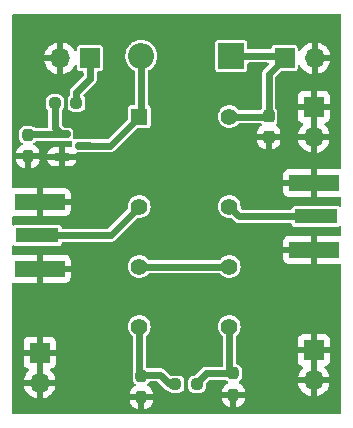
<source format=gbr>
%TF.GenerationSoftware,KiCad,Pcbnew,(6.0.10)*%
%TF.CreationDate,2023-01-04T10:17:45-08:00*%
%TF.ProjectId,attenuator,61747465-6e75-4617-946f-722e6b696361,rev?*%
%TF.SameCoordinates,PX3f52f00PY6dac2c0*%
%TF.FileFunction,Copper,L1,Top*%
%TF.FilePolarity,Positive*%
%FSLAX46Y46*%
G04 Gerber Fmt 4.6, Leading zero omitted, Abs format (unit mm)*
G04 Created by KiCad (PCBNEW (6.0.10)) date 2023-01-04 10:17:45*
%MOMM*%
%LPD*%
G01*
G04 APERTURE LIST*
G04 Aperture macros list*
%AMRoundRect*
0 Rectangle with rounded corners*
0 $1 Rounding radius*
0 $2 $3 $4 $5 $6 $7 $8 $9 X,Y pos of 4 corners*
0 Add a 4 corners polygon primitive as box body*
4,1,4,$2,$3,$4,$5,$6,$7,$8,$9,$2,$3,0*
0 Add four circle primitives for the rounded corners*
1,1,$1+$1,$2,$3*
1,1,$1+$1,$4,$5*
1,1,$1+$1,$6,$7*
1,1,$1+$1,$8,$9*
0 Add four rect primitives between the rounded corners*
20,1,$1+$1,$2,$3,$4,$5,0*
20,1,$1+$1,$4,$5,$6,$7,0*
20,1,$1+$1,$6,$7,$8,$9,0*
20,1,$1+$1,$8,$9,$2,$3,0*%
G04 Aperture macros list end*
%TA.AperFunction,ComponentPad*%
%ADD10R,1.700000X1.700000*%
%TD*%
%TA.AperFunction,ComponentPad*%
%ADD11O,1.700000X1.700000*%
%TD*%
%TA.AperFunction,SMDPad,CuDef*%
%ADD12RoundRect,0.237500X-0.237500X0.250000X-0.237500X-0.250000X0.237500X-0.250000X0.237500X0.250000X0*%
%TD*%
%TA.AperFunction,SMDPad,CuDef*%
%ADD13RoundRect,0.237500X0.250000X0.237500X-0.250000X0.237500X-0.250000X-0.237500X0.250000X-0.237500X0*%
%TD*%
%TA.AperFunction,SMDPad,CuDef*%
%ADD14RoundRect,0.150000X-0.587500X-0.150000X0.587500X-0.150000X0.587500X0.150000X-0.587500X0.150000X0*%
%TD*%
%TA.AperFunction,ComponentPad*%
%ADD15R,1.400000X1.400000*%
%TD*%
%TA.AperFunction,ComponentPad*%
%ADD16C,1.400000*%
%TD*%
%TA.AperFunction,SMDPad,CuDef*%
%ADD17R,3.600000X1.270000*%
%TD*%
%TA.AperFunction,SMDPad,CuDef*%
%ADD18R,4.200000X1.350000*%
%TD*%
%TA.AperFunction,ComponentPad*%
%ADD19R,2.200000X2.200000*%
%TD*%
%TA.AperFunction,ComponentPad*%
%ADD20O,2.200000X2.200000*%
%TD*%
%TA.AperFunction,SMDPad,CuDef*%
%ADD21RoundRect,0.237500X-0.237500X0.300000X-0.237500X-0.300000X0.237500X-0.300000X0.237500X0.300000X0*%
%TD*%
%TA.AperFunction,ViaPad*%
%ADD22C,0.800000*%
%TD*%
%TA.AperFunction,Conductor*%
%ADD23C,0.609600*%
%TD*%
G04 APERTURE END LIST*
D10*
%TO.P,J7,1,Pin_1*%
%TO.N,GND*%
X25800000Y26275000D03*
D11*
%TO.P,J7,2,Pin_2*%
X25800000Y23735000D03*
%TD*%
D10*
%TO.P,J6,1,Pin_1*%
%TO.N,GND*%
X2600000Y5475000D03*
D11*
%TO.P,J6,2,Pin_2*%
X2600000Y2935000D03*
%TD*%
D10*
%TO.P,J5,1,Pin_1*%
%TO.N,GND*%
X25800000Y5675000D03*
D11*
%TO.P,J5,2,Pin_2*%
X25800000Y3135000D03*
%TD*%
D10*
%TO.P,J2,1,Pin_1*%
%TO.N,/ATT*%
X6875000Y30400000D03*
D11*
%TO.P,J2,2,Pin_2*%
%TO.N,GND*%
X4335000Y30400000D03*
%TD*%
%TO.P,J1,2,Pin_2*%
%TO.N,GND*%
X25865000Y30400000D03*
D10*
%TO.P,J1,1,Pin_1*%
%TO.N,/+12V*%
X23325000Y30400000D03*
%TD*%
D12*
%TO.P,R5,1*%
%TO.N,Net-(K1-Pad8)*%
X11200000Y3512500D03*
%TO.P,R5,2*%
%TO.N,GND*%
X11200000Y1687500D03*
%TD*%
D13*
%TO.P,R4,2*%
%TO.N,Net-(K1-Pad8)*%
X14087500Y2800000D03*
%TO.P,R4,1*%
%TO.N,Net-(K1-Pad9)*%
X15912500Y2800000D03*
%TD*%
D12*
%TO.P,R3,1*%
%TO.N,Net-(K1-Pad9)*%
X19000000Y3712500D03*
%TO.P,R3,2*%
%TO.N,GND*%
X19000000Y1887500D03*
%TD*%
%TO.P,R2,1*%
%TO.N,Net-(Q1-Pad1)*%
X1600000Y23912500D03*
%TO.P,R2,2*%
%TO.N,GND*%
X1600000Y22087500D03*
%TD*%
D13*
%TO.P,R1,1*%
%TO.N,/ATT*%
X5712500Y26600000D03*
%TO.P,R1,2*%
%TO.N,Net-(Q1-Pad1)*%
X3887500Y26600000D03*
%TD*%
D14*
%TO.P,Q1,1,B*%
%TO.N,Net-(Q1-Pad1)*%
X4462500Y23950000D03*
%TO.P,Q1,2,E*%
%TO.N,GND*%
X4462500Y22050000D03*
%TO.P,Q1,3,C*%
%TO.N,Net-(D1-Pad2)*%
X6337500Y23000000D03*
%TD*%
D15*
%TO.P,K1,1*%
%TO.N,Net-(D1-Pad2)*%
X11037500Y25457500D03*
D16*
%TO.P,K1,4*%
%TO.N,Net-(J4-Pad1)*%
X11037500Y17837500D03*
%TO.P,K1,6*%
%TO.N,Net-(K1-Pad11)*%
X11037500Y12757500D03*
%TO.P,K1,8*%
%TO.N,Net-(K1-Pad8)*%
X11037500Y7677500D03*
%TO.P,K1,9*%
%TO.N,Net-(K1-Pad9)*%
X18657500Y7677500D03*
%TO.P,K1,11*%
%TO.N,Net-(K1-Pad11)*%
X18657500Y12757500D03*
%TO.P,K1,13*%
%TO.N,Net-(J3-Pad1)*%
X18657500Y17837500D03*
%TO.P,K1,16*%
%TO.N,/+12V*%
X18657500Y25457500D03*
%TD*%
D17*
%TO.P,J4,1,In*%
%TO.N,Net-(J4-Pad1)*%
X2400000Y15400000D03*
D18*
%TO.P,J4,2,Ext*%
%TO.N,GND*%
X2600000Y12575000D03*
X2600000Y18225000D03*
%TD*%
D17*
%TO.P,J3,1,In*%
%TO.N,Net-(J3-Pad1)*%
X26000000Y17000000D03*
D18*
%TO.P,J3,2,Ext*%
%TO.N,GND*%
X25800000Y19825000D03*
X25800000Y14175000D03*
%TD*%
D19*
%TO.P,D1,1,K*%
%TO.N,/+12V*%
X18820000Y30600000D03*
D20*
%TO.P,D1,2,A*%
%TO.N,Net-(D1-Pad2)*%
X11200000Y30600000D03*
%TD*%
D21*
%TO.P,C1,1*%
%TO.N,/+12V*%
X22000000Y25462500D03*
%TO.P,C1,2*%
%TO.N,GND*%
X22000000Y23737500D03*
%TD*%
D22*
%TO.N,GND*%
X17800000Y21800000D03*
X12200000Y21600000D03*
X23200000Y9400000D03*
X15200000Y9600000D03*
X6200000Y8800000D03*
X1600000Y20600000D03*
X4400000Y20600000D03*
X22200000Y19600000D03*
X22200000Y14200000D03*
X6000000Y18200000D03*
X6200000Y12400000D03*
X12600000Y1600000D03*
X17400000Y1600000D03*
%TD*%
D23*
%TO.N,Net-(D1-Pad2)*%
X11200000Y25620000D02*
X11037500Y25457500D01*
X11200000Y30600000D02*
X11200000Y25620000D01*
%TO.N,/+12V*%
X22000000Y29075000D02*
X23325000Y30400000D01*
X22000000Y25462500D02*
X22000000Y29075000D01*
X23125000Y30600000D02*
X23325000Y30400000D01*
X18820000Y30600000D02*
X23125000Y30600000D01*
X18657500Y25457500D02*
X21995000Y25457500D01*
X21995000Y25457500D02*
X22000000Y25462500D01*
%TO.N,Net-(D1-Pad2)*%
X8580000Y23000000D02*
X11037500Y25457500D01*
X6337500Y23000000D02*
X8580000Y23000000D01*
%TO.N,Net-(Q1-Pad1)*%
X2550000Y23950000D02*
X1637500Y23950000D01*
X4200000Y24200000D02*
X3950000Y23950000D01*
X4462500Y23950000D02*
X2550000Y23950000D01*
X3887500Y24512500D02*
X4200000Y24200000D01*
X3887500Y26600000D02*
X3887500Y24512500D01*
X3950000Y23950000D02*
X2550000Y23950000D01*
X1637500Y23950000D02*
X1600000Y23912500D01*
%TO.N,/ATT*%
X6875000Y28675000D02*
X6875000Y30400000D01*
X5712500Y27512500D02*
X6875000Y28675000D01*
X5712500Y26600000D02*
X5712500Y27512500D01*
%TO.N,Net-(K1-Pad9)*%
X18657500Y4055000D02*
X19000000Y3712500D01*
X18657500Y7677500D02*
X18657500Y4055000D01*
X16712500Y3712500D02*
X19000000Y3712500D01*
X15912500Y2912500D02*
X16712500Y3712500D01*
X15912500Y2800000D02*
X15912500Y2912500D01*
%TO.N,Net-(K1-Pad8)*%
X11287500Y3600000D02*
X11200000Y3512500D01*
X12800000Y3600000D02*
X11287500Y3600000D01*
X13600000Y2800000D02*
X12800000Y3600000D01*
X14087500Y2800000D02*
X13600000Y2800000D01*
X11037500Y3675000D02*
X11200000Y3512500D01*
X11037500Y7677500D02*
X11037500Y3675000D01*
%TO.N,Net-(K1-Pad11)*%
X11037500Y12757500D02*
X18657500Y12757500D01*
%TO.N,Net-(J3-Pad1)*%
X19495000Y17000000D02*
X18657500Y17837500D01*
X26000000Y17000000D02*
X19495000Y17000000D01*
%TO.N,Net-(J4-Pad1)*%
X2400000Y15400000D02*
X8600000Y15400000D01*
X8600000Y15400000D02*
X11037500Y17837500D01*
%TD*%
%TA.AperFunction,Conductor*%
%TO.N,GND*%
G36*
X28087621Y34125498D02*
G01*
X28134114Y34071842D01*
X28145500Y34019500D01*
X28145500Y21126984D01*
X28125498Y21058863D01*
X28071842Y21012370D01*
X28005893Y21001721D01*
X27951488Y21007631D01*
X27944672Y21008000D01*
X26072115Y21008000D01*
X26056876Y21003525D01*
X26055671Y21002135D01*
X26054000Y20994452D01*
X26054000Y18660116D01*
X26058475Y18644877D01*
X26059865Y18643672D01*
X26067548Y18642001D01*
X27944669Y18642001D01*
X27951488Y18642370D01*
X28005894Y18648280D01*
X28075776Y18635751D01*
X28127791Y18587430D01*
X28145500Y18523017D01*
X28145500Y17945958D01*
X28125498Y17877837D01*
X28071842Y17831344D01*
X28001568Y17821240D01*
X27949498Y17841193D01*
X27909620Y17867839D01*
X27899301Y17874734D01*
X27825067Y17889500D01*
X26000295Y17889500D01*
X24174934Y17889499D01*
X24139182Y17882388D01*
X24112874Y17877156D01*
X24112872Y17877155D01*
X24100699Y17874734D01*
X24090379Y17867839D01*
X24090378Y17867838D01*
X24035762Y17831344D01*
X24016516Y17818484D01*
X23960266Y17734301D01*
X23950162Y17683501D01*
X23945630Y17660719D01*
X23912723Y17597809D01*
X23851028Y17562677D01*
X23822051Y17559300D01*
X19778859Y17559300D01*
X19710738Y17579302D01*
X19689764Y17596205D01*
X19644077Y17641892D01*
X19610051Y17704204D01*
X19608166Y17746777D01*
X19613138Y17786130D01*
X19615802Y17807219D01*
X19615802Y17807224D01*
X19616244Y17810720D01*
X19616618Y17837500D01*
X19598352Y18023794D01*
X19544249Y18202991D01*
X19456370Y18368268D01*
X19452480Y18373038D01*
X19452477Y18373042D01*
X19341957Y18508552D01*
X19341954Y18508555D01*
X19338062Y18513327D01*
X19193832Y18632645D01*
X19029173Y18721676D01*
X18939765Y18749352D01*
X18856244Y18775206D01*
X18856241Y18775207D01*
X18850357Y18777028D01*
X18844232Y18777672D01*
X18844231Y18777672D01*
X18670324Y18795951D01*
X18670323Y18795951D01*
X18664196Y18796595D01*
X18587643Y18789628D01*
X18483918Y18780188D01*
X18483915Y18780187D01*
X18477779Y18779629D01*
X18471873Y18777891D01*
X18471869Y18777890D01*
X18336575Y18738071D01*
X18298208Y18726779D01*
X18132322Y18640056D01*
X18127522Y18636196D01*
X18127521Y18636196D01*
X18118218Y18628716D01*
X17986440Y18522764D01*
X17866119Y18379370D01*
X17863155Y18373978D01*
X17863152Y18373974D01*
X17788955Y18239009D01*
X17775941Y18215337D01*
X17774080Y18209470D01*
X17774079Y18209468D01*
X17770153Y18197091D01*
X17719341Y18036912D01*
X17698475Y17850891D01*
X17700618Y17825377D01*
X17712361Y17685539D01*
X17714139Y17664361D01*
X17715838Y17658436D01*
X17743297Y17562677D01*
X17765735Y17484425D01*
X17851297Y17317938D01*
X17855120Y17313114D01*
X17855123Y17313110D01*
X17877694Y17284633D01*
X17967568Y17171241D01*
X18110118Y17049921D01*
X18115496Y17046915D01*
X18115498Y17046914D01*
X18149896Y17027690D01*
X18273518Y16958600D01*
X18451543Y16900756D01*
X18637414Y16878592D01*
X18643549Y16879064D01*
X18643551Y16879064D01*
X18722084Y16885107D01*
X18754222Y16887580D01*
X18823677Y16872863D01*
X18852984Y16851046D01*
X19088783Y16615247D01*
X19092436Y16611438D01*
X19135137Y16565001D01*
X19142439Y16560473D01*
X19142441Y16560472D01*
X19172787Y16541656D01*
X19182570Y16534933D01*
X19217857Y16508149D01*
X19232233Y16502457D01*
X19252237Y16492396D01*
X19265374Y16484251D01*
X19273622Y16481855D01*
X19273628Y16481852D01*
X19307915Y16471890D01*
X19319142Y16468046D01*
X19352342Y16454902D01*
X19360334Y16451738D01*
X19375702Y16450123D01*
X19397687Y16445810D01*
X19412528Y16441498D01*
X19419105Y16441015D01*
X19421088Y16440869D01*
X19421099Y16440869D01*
X19423395Y16440700D01*
X19458746Y16440700D01*
X19471917Y16440010D01*
X19512733Y16435720D01*
X19521205Y16437153D01*
X19521206Y16437153D01*
X19531741Y16438935D01*
X19552754Y16440700D01*
X23822052Y16440700D01*
X23890173Y16420698D01*
X23936666Y16367042D01*
X23945631Y16339280D01*
X23960266Y16265699D01*
X23967161Y16255379D01*
X23967162Y16255378D01*
X23990816Y16219978D01*
X24016516Y16181516D01*
X24100699Y16125266D01*
X24174933Y16110500D01*
X25999705Y16110500D01*
X27825066Y16110501D01*
X27860818Y16117612D01*
X27887126Y16122844D01*
X27887128Y16122845D01*
X27899301Y16125266D01*
X27909621Y16132161D01*
X27909622Y16132162D01*
X27949498Y16158807D01*
X28017250Y16180022D01*
X28085717Y16161239D01*
X28133161Y16108422D01*
X28145500Y16054042D01*
X28145500Y15476984D01*
X28125498Y15408863D01*
X28071842Y15362370D01*
X28005893Y15351721D01*
X27951488Y15357631D01*
X27944672Y15358000D01*
X26072115Y15358000D01*
X26056876Y15353525D01*
X26055671Y15352135D01*
X26054000Y15344452D01*
X26054000Y13010116D01*
X26058475Y12994877D01*
X26059865Y12993672D01*
X26067548Y12992001D01*
X27944669Y12992001D01*
X27951488Y12992370D01*
X28005894Y12998280D01*
X28075776Y12985751D01*
X28127791Y12937430D01*
X28145500Y12873017D01*
X28145500Y380500D01*
X28125498Y312379D01*
X28071842Y265886D01*
X28019500Y254500D01*
X380500Y254500D01*
X312379Y274502D01*
X265886Y328158D01*
X254500Y380500D01*
X254500Y1391234D01*
X10217000Y1391234D01*
X10217337Y1384718D01*
X10227075Y1290868D01*
X10229968Y1277472D01*
X10280488Y1126047D01*
X10286653Y1112885D01*
X10370426Y977508D01*
X10379460Y966110D01*
X10492129Y853637D01*
X10503540Y844625D01*
X10639063Y761088D01*
X10652241Y754944D01*
X10803766Y704685D01*
X10817132Y701819D01*
X10909770Y692328D01*
X10916185Y692000D01*
X10927885Y692000D01*
X10943124Y696475D01*
X10944329Y697865D01*
X10946000Y705548D01*
X10946000Y710115D01*
X11454000Y710115D01*
X11458475Y694876D01*
X11459865Y693671D01*
X11467548Y692000D01*
X11483766Y692000D01*
X11490282Y692337D01*
X11584132Y702075D01*
X11597528Y704968D01*
X11748953Y755488D01*
X11762115Y761653D01*
X11897492Y845426D01*
X11908890Y854460D01*
X12021363Y967129D01*
X12030375Y978540D01*
X12113912Y1114063D01*
X12120056Y1127241D01*
X12170315Y1278766D01*
X12173181Y1292132D01*
X12182672Y1384770D01*
X12183000Y1391185D01*
X12183000Y1415385D01*
X12178525Y1430624D01*
X12177135Y1431829D01*
X12169452Y1433500D01*
X11472115Y1433500D01*
X11456876Y1429025D01*
X11455671Y1427635D01*
X11454000Y1419952D01*
X11454000Y710115D01*
X10946000Y710115D01*
X10946000Y1415385D01*
X10941525Y1430624D01*
X10940135Y1431829D01*
X10932452Y1433500D01*
X10235115Y1433500D01*
X10219876Y1429025D01*
X10218671Y1427635D01*
X10217000Y1419952D01*
X10217000Y1391234D01*
X254500Y1391234D01*
X254500Y1591234D01*
X18017000Y1591234D01*
X18017337Y1584718D01*
X18027075Y1490868D01*
X18029968Y1477472D01*
X18080488Y1326047D01*
X18086653Y1312885D01*
X18170426Y1177508D01*
X18179460Y1166110D01*
X18292129Y1053637D01*
X18303540Y1044625D01*
X18439063Y961088D01*
X18452241Y954944D01*
X18603766Y904685D01*
X18617132Y901819D01*
X18709770Y892328D01*
X18716185Y892000D01*
X18727885Y892000D01*
X18743124Y896475D01*
X18744329Y897865D01*
X18746000Y905548D01*
X18746000Y910115D01*
X19254000Y910115D01*
X19258475Y894876D01*
X19259865Y893671D01*
X19267548Y892000D01*
X19283766Y892000D01*
X19290282Y892337D01*
X19384132Y902075D01*
X19397528Y904968D01*
X19548953Y955488D01*
X19562115Y961653D01*
X19697492Y1045426D01*
X19708890Y1054460D01*
X19821363Y1167129D01*
X19830375Y1178540D01*
X19913912Y1314063D01*
X19920056Y1327241D01*
X19970315Y1478766D01*
X19973181Y1492132D01*
X19982672Y1584770D01*
X19983000Y1591185D01*
X19983000Y1615385D01*
X19978525Y1630624D01*
X19977135Y1631829D01*
X19969452Y1633500D01*
X19272115Y1633500D01*
X19256876Y1629025D01*
X19255671Y1627635D01*
X19254000Y1619952D01*
X19254000Y910115D01*
X18746000Y910115D01*
X18746000Y1615385D01*
X18741525Y1630624D01*
X18740135Y1631829D01*
X18732452Y1633500D01*
X18035115Y1633500D01*
X18019876Y1629025D01*
X18018671Y1627635D01*
X18017000Y1619952D01*
X18017000Y1591234D01*
X254500Y1591234D01*
X254500Y2667034D01*
X1268257Y2667034D01*
X1298565Y2532554D01*
X1301645Y2522725D01*
X1381770Y2325397D01*
X1386413Y2316206D01*
X1497694Y2134612D01*
X1503777Y2126301D01*
X1643213Y1965333D01*
X1650580Y1958117D01*
X1814434Y1822084D01*
X1822881Y1816169D01*
X2006756Y1708721D01*
X2016042Y1704271D01*
X2215001Y1628297D01*
X2224899Y1625421D01*
X2328250Y1604394D01*
X2342299Y1605590D01*
X2346000Y1615935D01*
X2346000Y1616483D01*
X2854000Y1616483D01*
X2858064Y1602641D01*
X2871478Y1600607D01*
X2878184Y1601466D01*
X2888262Y1603608D01*
X3092255Y1664809D01*
X3101842Y1668567D01*
X3293095Y1762261D01*
X3301945Y1767536D01*
X3475328Y1891208D01*
X3483200Y1897861D01*
X3634052Y2048188D01*
X3640730Y2056035D01*
X3765003Y2228980D01*
X3770313Y2237817D01*
X3864670Y2428733D01*
X3868469Y2438328D01*
X3930377Y2642090D01*
X3932555Y2652163D01*
X3933986Y2663038D01*
X3931775Y2677222D01*
X3918617Y2681000D01*
X2872115Y2681000D01*
X2856876Y2676525D01*
X2855671Y2675135D01*
X2854000Y2667452D01*
X2854000Y1616483D01*
X2346000Y1616483D01*
X2346000Y2662885D01*
X2341525Y2678124D01*
X2340135Y2679329D01*
X2332452Y2681000D01*
X1283225Y2681000D01*
X1269694Y2677027D01*
X1268257Y2667034D01*
X254500Y2667034D01*
X254500Y4580331D01*
X1242001Y4580331D01*
X1242371Y4573510D01*
X1247895Y4522648D01*
X1251521Y4507396D01*
X1296676Y4386946D01*
X1305214Y4371351D01*
X1381715Y4269276D01*
X1394276Y4256715D01*
X1496351Y4180214D01*
X1511946Y4171676D01*
X1621337Y4130667D01*
X1678101Y4088025D01*
X1702801Y4021464D01*
X1687594Y3952115D01*
X1668201Y3925634D01*
X1544590Y3796283D01*
X1538104Y3788273D01*
X1418098Y3612351D01*
X1413000Y3603377D01*
X1323338Y3410217D01*
X1319775Y3400530D01*
X1264389Y3200817D01*
X1265912Y3192393D01*
X1278292Y3189000D01*
X2327885Y3189000D01*
X2343124Y3193475D01*
X2344329Y3194865D01*
X2346000Y3202548D01*
X2346000Y3207115D01*
X2854000Y3207115D01*
X2858475Y3191876D01*
X2859865Y3190671D01*
X2867548Y3189000D01*
X3918344Y3189000D01*
X3931875Y3192973D01*
X3933180Y3202053D01*
X3891214Y3369125D01*
X3887894Y3378876D01*
X3802972Y3574186D01*
X3798105Y3583261D01*
X3682426Y3762074D01*
X3676136Y3770243D01*
X3531931Y3928721D01*
X3500879Y3992567D01*
X3509273Y4063066D01*
X3554450Y4117834D01*
X3580894Y4131503D01*
X3688054Y4171676D01*
X3703649Y4180214D01*
X3805724Y4256715D01*
X3818285Y4269276D01*
X3894786Y4371351D01*
X3903324Y4386946D01*
X3948478Y4507394D01*
X3952105Y4522649D01*
X3957631Y4573514D01*
X3958000Y4580328D01*
X3958000Y5202885D01*
X3953525Y5218124D01*
X3952135Y5219329D01*
X3944452Y5221000D01*
X2872115Y5221000D01*
X2856876Y5216525D01*
X2855671Y5215135D01*
X2854000Y5207452D01*
X2854000Y3207115D01*
X2346000Y3207115D01*
X2346000Y5202885D01*
X2341525Y5218124D01*
X2340135Y5219329D01*
X2332452Y5221000D01*
X1260116Y5221000D01*
X1244877Y5216525D01*
X1243672Y5215135D01*
X1242001Y5207452D01*
X1242001Y4580331D01*
X254500Y4580331D01*
X254500Y5747115D01*
X1242000Y5747115D01*
X1246475Y5731876D01*
X1247865Y5730671D01*
X1255548Y5729000D01*
X2327885Y5729000D01*
X2343124Y5733475D01*
X2344329Y5734865D01*
X2346000Y5742548D01*
X2346000Y5747115D01*
X2854000Y5747115D01*
X2858475Y5731876D01*
X2859865Y5730671D01*
X2867548Y5729000D01*
X3939884Y5729000D01*
X3955123Y5733475D01*
X3956328Y5734865D01*
X3957999Y5742548D01*
X3957999Y6369669D01*
X3957629Y6376490D01*
X3952105Y6427352D01*
X3948479Y6442604D01*
X3903324Y6563054D01*
X3894786Y6578649D01*
X3818285Y6680724D01*
X3805724Y6693285D01*
X3703649Y6769786D01*
X3688054Y6778324D01*
X3567606Y6823478D01*
X3552351Y6827105D01*
X3501486Y6832631D01*
X3494672Y6833000D01*
X2872115Y6833000D01*
X2856876Y6828525D01*
X2855671Y6827135D01*
X2854000Y6819452D01*
X2854000Y5747115D01*
X2346000Y5747115D01*
X2346000Y6814884D01*
X2341525Y6830123D01*
X2340135Y6831328D01*
X2332452Y6832999D01*
X1705331Y6832999D01*
X1698510Y6832629D01*
X1647648Y6827105D01*
X1632396Y6823479D01*
X1511946Y6778324D01*
X1496351Y6769786D01*
X1394276Y6693285D01*
X1381715Y6680724D01*
X1305214Y6578649D01*
X1296676Y6563054D01*
X1251522Y6442606D01*
X1247895Y6427351D01*
X1242369Y6376486D01*
X1242000Y6369672D01*
X1242000Y5747115D01*
X254500Y5747115D01*
X254500Y7690891D01*
X10078475Y7690891D01*
X10094139Y7504361D01*
X10145735Y7324425D01*
X10231297Y7157938D01*
X10235120Y7153114D01*
X10235123Y7153110D01*
X10334994Y7027105D01*
X10347568Y7011241D01*
X10430127Y6940978D01*
X10433863Y6937798D01*
X10472776Y6878415D01*
X10478200Y6841844D01*
X10478200Y3884640D01*
X10476402Y3869305D01*
X10477036Y3869236D01*
X10470500Y3809070D01*
X10470500Y3215930D01*
X10477036Y3155764D01*
X10479810Y3148365D01*
X10523141Y3032780D01*
X10526507Y3023801D01*
X10611026Y2911026D01*
X10618206Y2905645D01*
X10618207Y2905644D01*
X10700052Y2844305D01*
X10742567Y2787446D01*
X10747593Y2716628D01*
X10713533Y2654334D01*
X10664364Y2623956D01*
X10651052Y2619515D01*
X10637885Y2613347D01*
X10502508Y2529574D01*
X10491110Y2520540D01*
X10378637Y2407871D01*
X10369625Y2396460D01*
X10286088Y2260937D01*
X10279944Y2247759D01*
X10229685Y2096234D01*
X10226819Y2082868D01*
X10217328Y1990230D01*
X10217000Y1983815D01*
X10217000Y1959615D01*
X10221475Y1944376D01*
X10222865Y1943171D01*
X10230548Y1941500D01*
X12164885Y1941500D01*
X12180124Y1945975D01*
X12181329Y1947365D01*
X12183000Y1955048D01*
X12183000Y1983766D01*
X12182663Y1990282D01*
X12172925Y2084132D01*
X12170032Y2097528D01*
X12119512Y2248953D01*
X12113347Y2262115D01*
X12029574Y2397492D01*
X12020540Y2408890D01*
X11907871Y2521363D01*
X11896460Y2530375D01*
X11760937Y2613912D01*
X11747764Y2620054D01*
X11735956Y2623971D01*
X11677597Y2664403D01*
X11650361Y2729967D01*
X11662895Y2799849D01*
X11700060Y2844389D01*
X11788974Y2911026D01*
X11848360Y2990266D01*
X11905219Y3032780D01*
X11949186Y3040700D01*
X12516140Y3040700D01*
X12584261Y3020698D01*
X12605236Y3003795D01*
X12928030Y2681000D01*
X13193795Y2415235D01*
X13197447Y2411426D01*
X13240137Y2365001D01*
X13247439Y2360473D01*
X13247441Y2360472D01*
X13277787Y2341656D01*
X13287570Y2334933D01*
X13302236Y2323801D01*
X13322857Y2308149D01*
X13337233Y2302457D01*
X13357237Y2292396D01*
X13370374Y2284251D01*
X13378621Y2281855D01*
X13378623Y2281854D01*
X13407639Y2273424D01*
X13467474Y2235210D01*
X13473304Y2228001D01*
X13486026Y2211026D01*
X13598801Y2126507D01*
X13607202Y2123357D01*
X13607205Y2123356D01*
X13675214Y2097861D01*
X13730764Y2077036D01*
X13790930Y2070500D01*
X14384070Y2070500D01*
X14444236Y2077036D01*
X14499786Y2097861D01*
X14567795Y2123356D01*
X14567798Y2123357D01*
X14576199Y2126507D01*
X14688974Y2211026D01*
X14773493Y2323801D01*
X14777667Y2334933D01*
X14820190Y2448365D01*
X14822964Y2455764D01*
X14829500Y2515930D01*
X15170500Y2515930D01*
X15177036Y2455764D01*
X15179810Y2448365D01*
X15222334Y2334933D01*
X15226507Y2323801D01*
X15311026Y2211026D01*
X15423801Y2126507D01*
X15432202Y2123357D01*
X15432205Y2123356D01*
X15500214Y2097861D01*
X15555764Y2077036D01*
X15615930Y2070500D01*
X16209070Y2070500D01*
X16269236Y2077036D01*
X16324786Y2097861D01*
X16392795Y2123356D01*
X16392798Y2123357D01*
X16401199Y2126507D01*
X16513974Y2211026D01*
X16598493Y2323801D01*
X16602667Y2334933D01*
X16645190Y2448365D01*
X16647964Y2455764D01*
X16654500Y2515930D01*
X16654500Y2811340D01*
X16674502Y2879461D01*
X16691405Y2900436D01*
X16907266Y3116296D01*
X16969578Y3150321D01*
X16996361Y3153200D01*
X18318461Y3153200D01*
X18386582Y3133198D01*
X18406347Y3117269D01*
X18411026Y3111026D01*
X18418206Y3105645D01*
X18418207Y3105644D01*
X18500052Y3044305D01*
X18542567Y2987446D01*
X18547593Y2916628D01*
X18513533Y2854334D01*
X18464364Y2823956D01*
X18451052Y2819515D01*
X18437885Y2813347D01*
X18302508Y2729574D01*
X18291110Y2720540D01*
X18178637Y2607871D01*
X18169625Y2596460D01*
X18086088Y2460937D01*
X18079944Y2447759D01*
X18029685Y2296234D01*
X18026819Y2282868D01*
X18017328Y2190230D01*
X18017000Y2183815D01*
X18017000Y2159615D01*
X18021475Y2144376D01*
X18022865Y2143171D01*
X18030548Y2141500D01*
X19964885Y2141500D01*
X19980124Y2145975D01*
X19981329Y2147365D01*
X19983000Y2155048D01*
X19983000Y2183766D01*
X19982663Y2190282D01*
X19972925Y2284132D01*
X19970032Y2297528D01*
X19919512Y2448953D01*
X19913347Y2462115D01*
X19829574Y2597492D01*
X19820540Y2608890D01*
X19707871Y2721363D01*
X19696460Y2730375D01*
X19560937Y2813912D01*
X19547764Y2820054D01*
X19535956Y2823971D01*
X19477597Y2864403D01*
X19476504Y2867034D01*
X24468257Y2867034D01*
X24498565Y2732554D01*
X24501645Y2722725D01*
X24581770Y2525397D01*
X24586413Y2516206D01*
X24697694Y2334612D01*
X24703777Y2326301D01*
X24843213Y2165333D01*
X24850580Y2158117D01*
X25014434Y2022084D01*
X25022881Y2016169D01*
X25206756Y1908721D01*
X25216042Y1904271D01*
X25415001Y1828297D01*
X25424899Y1825421D01*
X25528250Y1804394D01*
X25542299Y1805590D01*
X25546000Y1815935D01*
X25546000Y1816483D01*
X26054000Y1816483D01*
X26058064Y1802641D01*
X26071478Y1800607D01*
X26078184Y1801466D01*
X26088262Y1803608D01*
X26292255Y1864809D01*
X26301842Y1868567D01*
X26493095Y1962261D01*
X26501945Y1967536D01*
X26675328Y2091208D01*
X26683200Y2097861D01*
X26834052Y2248188D01*
X26840730Y2256035D01*
X26965003Y2428980D01*
X26970313Y2437817D01*
X27064670Y2628733D01*
X27068469Y2638328D01*
X27130377Y2842090D01*
X27132555Y2852163D01*
X27133986Y2863038D01*
X27131775Y2877222D01*
X27118617Y2881000D01*
X26072115Y2881000D01*
X26056876Y2876525D01*
X26055671Y2875135D01*
X26054000Y2867452D01*
X26054000Y1816483D01*
X25546000Y1816483D01*
X25546000Y2862885D01*
X25541525Y2878124D01*
X25540135Y2879329D01*
X25532452Y2881000D01*
X24483225Y2881000D01*
X24469694Y2877027D01*
X24468257Y2867034D01*
X19476504Y2867034D01*
X19450361Y2929967D01*
X19462895Y2999849D01*
X19500060Y3044389D01*
X19588974Y3111026D01*
X19673493Y3223801D01*
X19722964Y3355764D01*
X19729500Y3415930D01*
X19729500Y4009070D01*
X19722964Y4069236D01*
X19700273Y4129765D01*
X19676644Y4192795D01*
X19676643Y4192798D01*
X19673493Y4201199D01*
X19588974Y4313974D01*
X19476199Y4398493D01*
X19467798Y4401643D01*
X19467795Y4401644D01*
X19389387Y4431037D01*
X19344236Y4447964D01*
X19336383Y4448817D01*
X19336379Y4448818D01*
X19329195Y4449598D01*
X19263632Y4476838D01*
X19223205Y4535201D01*
X19216800Y4574861D01*
X19216800Y4780331D01*
X24442001Y4780331D01*
X24442371Y4773510D01*
X24447895Y4722648D01*
X24451521Y4707396D01*
X24496676Y4586946D01*
X24505214Y4571351D01*
X24581715Y4469276D01*
X24594276Y4456715D01*
X24696351Y4380214D01*
X24711946Y4371676D01*
X24821337Y4330667D01*
X24878101Y4288025D01*
X24902801Y4221464D01*
X24887594Y4152115D01*
X24868201Y4125634D01*
X24744590Y3996283D01*
X24738104Y3988273D01*
X24618098Y3812351D01*
X24613000Y3803377D01*
X24523338Y3610217D01*
X24519775Y3600530D01*
X24464389Y3400817D01*
X24465912Y3392393D01*
X24478292Y3389000D01*
X25527885Y3389000D01*
X25543124Y3393475D01*
X25544329Y3394865D01*
X25546000Y3402548D01*
X25546000Y3407115D01*
X26054000Y3407115D01*
X26058475Y3391876D01*
X26059865Y3390671D01*
X26067548Y3389000D01*
X27118344Y3389000D01*
X27131875Y3392973D01*
X27133180Y3402053D01*
X27091214Y3569125D01*
X27087894Y3578876D01*
X27002972Y3774186D01*
X26998105Y3783261D01*
X26882426Y3962074D01*
X26876136Y3970243D01*
X26731931Y4128721D01*
X26700879Y4192567D01*
X26709273Y4263066D01*
X26754450Y4317834D01*
X26780894Y4331503D01*
X26888054Y4371676D01*
X26903649Y4380214D01*
X27005724Y4456715D01*
X27018285Y4469276D01*
X27094786Y4571351D01*
X27103324Y4586946D01*
X27148478Y4707394D01*
X27152105Y4722649D01*
X27157631Y4773514D01*
X27158000Y4780328D01*
X27158000Y5402885D01*
X27153525Y5418124D01*
X27152135Y5419329D01*
X27144452Y5421000D01*
X26072115Y5421000D01*
X26056876Y5416525D01*
X26055671Y5415135D01*
X26054000Y5407452D01*
X26054000Y3407115D01*
X25546000Y3407115D01*
X25546000Y5402885D01*
X25541525Y5418124D01*
X25540135Y5419329D01*
X25532452Y5421000D01*
X24460116Y5421000D01*
X24444877Y5416525D01*
X24443672Y5415135D01*
X24442001Y5407452D01*
X24442001Y4780331D01*
X19216800Y4780331D01*
X19216800Y5947115D01*
X24442000Y5947115D01*
X24446475Y5931876D01*
X24447865Y5930671D01*
X24455548Y5929000D01*
X25527885Y5929000D01*
X25543124Y5933475D01*
X25544329Y5934865D01*
X25546000Y5942548D01*
X25546000Y5947115D01*
X26054000Y5947115D01*
X26058475Y5931876D01*
X26059865Y5930671D01*
X26067548Y5929000D01*
X27139884Y5929000D01*
X27155123Y5933475D01*
X27156328Y5934865D01*
X27157999Y5942548D01*
X27157999Y6569669D01*
X27157629Y6576490D01*
X27152105Y6627352D01*
X27148479Y6642604D01*
X27103324Y6763054D01*
X27094786Y6778649D01*
X27018285Y6880724D01*
X27005724Y6893285D01*
X26903649Y6969786D01*
X26888054Y6978324D01*
X26767606Y7023478D01*
X26752351Y7027105D01*
X26701486Y7032631D01*
X26694672Y7033000D01*
X26072115Y7033000D01*
X26056876Y7028525D01*
X26055671Y7027135D01*
X26054000Y7019452D01*
X26054000Y5947115D01*
X25546000Y5947115D01*
X25546000Y7014884D01*
X25541525Y7030123D01*
X25540135Y7031328D01*
X25532452Y7032999D01*
X24905331Y7032999D01*
X24898510Y7032629D01*
X24847648Y7027105D01*
X24832396Y7023479D01*
X24711946Y6978324D01*
X24696351Y6969786D01*
X24594276Y6893285D01*
X24581715Y6880724D01*
X24505214Y6778649D01*
X24496676Y6763054D01*
X24451522Y6642606D01*
X24447895Y6627351D01*
X24442369Y6576486D01*
X24442000Y6569672D01*
X24442000Y5947115D01*
X19216800Y5947115D01*
X19216800Y6841689D01*
X19236802Y6909810D01*
X19265227Y6940978D01*
X19314065Y6979134D01*
X19314073Y6979142D01*
X19318927Y6982934D01*
X19441238Y7124633D01*
X19533698Y7287392D01*
X19592783Y7465009D01*
X19616244Y7650720D01*
X19616618Y7677500D01*
X19598352Y7863794D01*
X19544249Y8042991D01*
X19456370Y8208268D01*
X19452480Y8213038D01*
X19452477Y8213042D01*
X19341957Y8348552D01*
X19341954Y8348555D01*
X19338062Y8353327D01*
X19193832Y8472645D01*
X19029173Y8561676D01*
X18939765Y8589352D01*
X18856244Y8615206D01*
X18856241Y8615207D01*
X18850357Y8617028D01*
X18844232Y8617672D01*
X18844231Y8617672D01*
X18670324Y8635951D01*
X18670323Y8635951D01*
X18664196Y8636595D01*
X18587643Y8629628D01*
X18483918Y8620188D01*
X18483915Y8620187D01*
X18477779Y8619629D01*
X18471873Y8617891D01*
X18471869Y8617890D01*
X18336575Y8578071D01*
X18298208Y8566779D01*
X18132322Y8480056D01*
X18127522Y8476196D01*
X18127521Y8476196D01*
X18118218Y8468716D01*
X17986440Y8362764D01*
X17866119Y8219370D01*
X17863155Y8213978D01*
X17863152Y8213974D01*
X17788955Y8079009D01*
X17775941Y8055337D01*
X17774080Y8049470D01*
X17774079Y8049468D01*
X17770153Y8037091D01*
X17719341Y7876912D01*
X17698475Y7690891D01*
X17714139Y7504361D01*
X17765735Y7324425D01*
X17851297Y7157938D01*
X17855120Y7153114D01*
X17855123Y7153110D01*
X17954994Y7027105D01*
X17967568Y7011241D01*
X18050127Y6940978D01*
X18053863Y6937798D01*
X18092776Y6878415D01*
X18098200Y6841844D01*
X18098200Y4397800D01*
X18078198Y4329679D01*
X18024542Y4283186D01*
X17972200Y4271800D01*
X16727659Y4271800D01*
X16722383Y4271911D01*
X16718233Y4272085D01*
X16659371Y4274552D01*
X16651008Y4272590D01*
X16651004Y4272590D01*
X16616238Y4264436D01*
X16604568Y4262273D01*
X16594761Y4260929D01*
X16560679Y4256261D01*
X16552798Y4252851D01*
X16552796Y4252850D01*
X16546492Y4250122D01*
X16525225Y4243088D01*
X16510181Y4239560D01*
X16477264Y4221464D01*
X16471365Y4218221D01*
X16460706Y4212999D01*
X16427928Y4198815D01*
X16427926Y4198814D01*
X16420044Y4195403D01*
X16408030Y4185674D01*
X16389441Y4173183D01*
X16375896Y4165737D01*
X16367648Y4158617D01*
X16342651Y4133620D01*
X16332850Y4124795D01*
X16300955Y4098967D01*
X16295980Y4091966D01*
X16295976Y4091962D01*
X16289781Y4083245D01*
X16276170Y4067139D01*
X15775436Y3566405D01*
X15713124Y3532379D01*
X15686341Y3529500D01*
X15615930Y3529500D01*
X15555764Y3522964D01*
X15510613Y3506037D01*
X15432205Y3476644D01*
X15432202Y3476643D01*
X15423801Y3473493D01*
X15311026Y3388974D01*
X15226507Y3276199D01*
X15223357Y3267798D01*
X15223356Y3267795D01*
X15200608Y3207115D01*
X15177036Y3144236D01*
X15170500Y3084070D01*
X15170500Y2515930D01*
X14829500Y2515930D01*
X14829500Y3084070D01*
X14822964Y3144236D01*
X14799392Y3207115D01*
X14776644Y3267795D01*
X14776643Y3267798D01*
X14773493Y3276199D01*
X14688974Y3388974D01*
X14576199Y3473493D01*
X14567798Y3476643D01*
X14567795Y3476644D01*
X14489387Y3506037D01*
X14444236Y3522964D01*
X14384070Y3529500D01*
X13790930Y3529500D01*
X13734170Y3523334D01*
X13664287Y3535862D01*
X13631467Y3559502D01*
X13206228Y3984741D01*
X13202575Y3988550D01*
X13165677Y4028676D01*
X13159863Y4034999D01*
X13122216Y4058341D01*
X13112432Y4065065D01*
X13083983Y4086659D01*
X13083984Y4086659D01*
X13077143Y4091851D01*
X13062767Y4097543D01*
X13042761Y4107605D01*
X13029626Y4115749D01*
X13021378Y4118145D01*
X13021372Y4118148D01*
X12987085Y4128110D01*
X12975858Y4131954D01*
X12942658Y4145098D01*
X12942657Y4145098D01*
X12934666Y4148262D01*
X12919298Y4149877D01*
X12897313Y4154190D01*
X12882472Y4158502D01*
X12875895Y4158985D01*
X12873912Y4159131D01*
X12873901Y4159131D01*
X12871605Y4159300D01*
X12836254Y4159300D01*
X12823083Y4159990D01*
X12790811Y4163382D01*
X12782267Y4164280D01*
X12773795Y4162847D01*
X12773794Y4162847D01*
X12763260Y4161065D01*
X12742246Y4159300D01*
X11770470Y4159300D01*
X11702349Y4179302D01*
X11694921Y4184462D01*
X11676199Y4198493D01*
X11667794Y4201644D01*
X11662291Y4204657D01*
X11612145Y4254915D01*
X11596800Y4315177D01*
X11596800Y6841689D01*
X11616802Y6909810D01*
X11645227Y6940978D01*
X11694065Y6979134D01*
X11694073Y6979142D01*
X11698927Y6982934D01*
X11821238Y7124633D01*
X11913698Y7287392D01*
X11972783Y7465009D01*
X11996244Y7650720D01*
X11996618Y7677500D01*
X11978352Y7863794D01*
X11924249Y8042991D01*
X11836370Y8208268D01*
X11832480Y8213038D01*
X11832477Y8213042D01*
X11721957Y8348552D01*
X11721954Y8348555D01*
X11718062Y8353327D01*
X11573832Y8472645D01*
X11409173Y8561676D01*
X11319765Y8589352D01*
X11236244Y8615206D01*
X11236241Y8615207D01*
X11230357Y8617028D01*
X11224232Y8617672D01*
X11224231Y8617672D01*
X11050324Y8635951D01*
X11050323Y8635951D01*
X11044196Y8636595D01*
X10967643Y8629628D01*
X10863918Y8620188D01*
X10863915Y8620187D01*
X10857779Y8619629D01*
X10851873Y8617891D01*
X10851869Y8617890D01*
X10716575Y8578071D01*
X10678208Y8566779D01*
X10512322Y8480056D01*
X10507522Y8476196D01*
X10507521Y8476196D01*
X10498218Y8468716D01*
X10366440Y8362764D01*
X10246119Y8219370D01*
X10243155Y8213978D01*
X10243152Y8213974D01*
X10168955Y8079009D01*
X10155941Y8055337D01*
X10154080Y8049470D01*
X10154079Y8049468D01*
X10150153Y8037091D01*
X10099341Y7876912D01*
X10078475Y7690891D01*
X254500Y7690891D01*
X254500Y11273016D01*
X274502Y11341137D01*
X328158Y11387630D01*
X394107Y11398279D01*
X448512Y11392369D01*
X455328Y11392000D01*
X2327885Y11392000D01*
X2343124Y11396475D01*
X2344329Y11397865D01*
X2346000Y11405548D01*
X2346000Y11410116D01*
X2854000Y11410116D01*
X2858475Y11394877D01*
X2859865Y11393672D01*
X2867548Y11392001D01*
X4744669Y11392001D01*
X4751490Y11392371D01*
X4802352Y11397895D01*
X4817604Y11401521D01*
X4938054Y11446676D01*
X4953649Y11455214D01*
X5055724Y11531715D01*
X5068285Y11544276D01*
X5144786Y11646351D01*
X5153324Y11661946D01*
X5198478Y11782394D01*
X5202105Y11797649D01*
X5207631Y11848514D01*
X5208000Y11855328D01*
X5208000Y12302885D01*
X5203525Y12318124D01*
X5202135Y12319329D01*
X5194452Y12321000D01*
X2872115Y12321000D01*
X2856876Y12316525D01*
X2855671Y12315135D01*
X2854000Y12307452D01*
X2854000Y11410116D01*
X2346000Y11410116D01*
X2346000Y12770891D01*
X10078475Y12770891D01*
X10094139Y12584361D01*
X10145735Y12404425D01*
X10231297Y12237938D01*
X10235120Y12233114D01*
X10235123Y12233110D01*
X10257694Y12204633D01*
X10347568Y12091241D01*
X10490118Y11969921D01*
X10495496Y11966915D01*
X10495498Y11966914D01*
X10529896Y11947690D01*
X10653518Y11878600D01*
X10831543Y11820756D01*
X11017414Y11798592D01*
X11023549Y11799064D01*
X11023551Y11799064D01*
X11197908Y11812480D01*
X11197913Y11812481D01*
X11204049Y11812953D01*
X11209979Y11814609D01*
X11209981Y11814609D01*
X11378413Y11861636D01*
X11378412Y11861636D01*
X11384341Y11863291D01*
X11414648Y11878600D01*
X11463274Y11903163D01*
X11551421Y11947690D01*
X11579876Y11969921D01*
X11694066Y12059136D01*
X11694067Y12059137D01*
X11698927Y12062934D01*
X11777991Y12154531D01*
X11837644Y12193028D01*
X11873373Y12198200D01*
X17821882Y12198200D01*
X17890003Y12178198D01*
X17920627Y12150465D01*
X17967568Y12091241D01*
X18110118Y11969921D01*
X18115496Y11966915D01*
X18115498Y11966914D01*
X18149896Y11947690D01*
X18273518Y11878600D01*
X18451543Y11820756D01*
X18637414Y11798592D01*
X18643549Y11799064D01*
X18643551Y11799064D01*
X18817908Y11812480D01*
X18817913Y11812481D01*
X18824049Y11812953D01*
X18829979Y11814609D01*
X18829981Y11814609D01*
X18998413Y11861636D01*
X18998412Y11861636D01*
X19004341Y11863291D01*
X19034648Y11878600D01*
X19083274Y11903163D01*
X19171421Y11947690D01*
X19199876Y11969921D01*
X19314071Y12059140D01*
X19314072Y12059140D01*
X19318927Y12062934D01*
X19441238Y12204633D01*
X19533698Y12367392D01*
X19592783Y12545009D01*
X19616244Y12730720D01*
X19616618Y12757500D01*
X19598352Y12943794D01*
X19544249Y13122991D01*
X19456370Y13288268D01*
X19452480Y13293038D01*
X19452477Y13293042D01*
X19341957Y13428552D01*
X19341954Y13428555D01*
X19338062Y13433327D01*
X19311464Y13455331D01*
X23192001Y13455331D01*
X23192371Y13448510D01*
X23197895Y13397648D01*
X23201521Y13382396D01*
X23246676Y13261946D01*
X23255214Y13246351D01*
X23331715Y13144276D01*
X23344276Y13131715D01*
X23446351Y13055214D01*
X23461946Y13046676D01*
X23582394Y13001522D01*
X23597649Y12997895D01*
X23648514Y12992369D01*
X23655328Y12992000D01*
X25527885Y12992000D01*
X25543124Y12996475D01*
X25544329Y12997865D01*
X25546000Y13005548D01*
X25546000Y13902885D01*
X25541525Y13918124D01*
X25540135Y13919329D01*
X25532452Y13921000D01*
X23210116Y13921000D01*
X23194877Y13916525D01*
X23193672Y13915135D01*
X23192001Y13907452D01*
X23192001Y13455331D01*
X19311464Y13455331D01*
X19193832Y13552645D01*
X19029173Y13641676D01*
X18939765Y13669352D01*
X18856244Y13695206D01*
X18856241Y13695207D01*
X18850357Y13697028D01*
X18844232Y13697672D01*
X18844231Y13697672D01*
X18670324Y13715951D01*
X18670323Y13715951D01*
X18664196Y13716595D01*
X18587643Y13709628D01*
X18483918Y13700188D01*
X18483915Y13700187D01*
X18477779Y13699629D01*
X18471873Y13697891D01*
X18471869Y13697890D01*
X18336575Y13658071D01*
X18298208Y13646779D01*
X18132322Y13560056D01*
X18127522Y13556196D01*
X18127521Y13556196D01*
X18118218Y13548716D01*
X17986440Y13442764D01*
X17919648Y13363164D01*
X17918511Y13361809D01*
X17859401Y13322482D01*
X17821989Y13316800D01*
X11872929Y13316800D01*
X11804808Y13336802D01*
X11775286Y13363164D01*
X11721957Y13428551D01*
X11721956Y13428552D01*
X11718062Y13433327D01*
X11573832Y13552645D01*
X11409173Y13641676D01*
X11319765Y13669352D01*
X11236244Y13695206D01*
X11236241Y13695207D01*
X11230357Y13697028D01*
X11224232Y13697672D01*
X11224231Y13697672D01*
X11050324Y13715951D01*
X11050323Y13715951D01*
X11044196Y13716595D01*
X10967643Y13709628D01*
X10863918Y13700188D01*
X10863915Y13700187D01*
X10857779Y13699629D01*
X10851873Y13697891D01*
X10851869Y13697890D01*
X10716575Y13658071D01*
X10678208Y13646779D01*
X10512322Y13560056D01*
X10507522Y13556196D01*
X10507521Y13556196D01*
X10498218Y13548716D01*
X10366440Y13442764D01*
X10246119Y13299370D01*
X10243155Y13293978D01*
X10243152Y13293974D01*
X10168955Y13159009D01*
X10155941Y13135337D01*
X10154080Y13129470D01*
X10154079Y13129468D01*
X10150153Y13117091D01*
X10099341Y12956912D01*
X10078475Y12770891D01*
X2346000Y12770891D01*
X2346000Y12847115D01*
X2854000Y12847115D01*
X2858475Y12831876D01*
X2859865Y12830671D01*
X2867548Y12829000D01*
X5189884Y12829000D01*
X5205123Y12833475D01*
X5206328Y12834865D01*
X5207999Y12842548D01*
X5207999Y13294669D01*
X5207629Y13301490D01*
X5202105Y13352352D01*
X5198479Y13367604D01*
X5153324Y13488054D01*
X5144786Y13503649D01*
X5068285Y13605724D01*
X5055724Y13618285D01*
X4953649Y13694786D01*
X4938054Y13703324D01*
X4817606Y13748478D01*
X4802351Y13752105D01*
X4751486Y13757631D01*
X4744672Y13758000D01*
X2872115Y13758000D01*
X2856876Y13753525D01*
X2855671Y13752135D01*
X2854000Y13744452D01*
X2854000Y12847115D01*
X2346000Y12847115D01*
X2346000Y13739884D01*
X2341525Y13755123D01*
X2340135Y13756328D01*
X2332452Y13757999D01*
X455331Y13757999D01*
X448512Y13757630D01*
X394106Y13751720D01*
X324224Y13764249D01*
X272209Y13812570D01*
X254500Y13876983D01*
X254500Y14447115D01*
X23192000Y14447115D01*
X23196475Y14431876D01*
X23197865Y14430671D01*
X23205548Y14429000D01*
X25527885Y14429000D01*
X25543124Y14433475D01*
X25544329Y14434865D01*
X25546000Y14442548D01*
X25546000Y15339884D01*
X25541525Y15355123D01*
X25540135Y15356328D01*
X25532452Y15357999D01*
X23655331Y15357999D01*
X23648510Y15357629D01*
X23597648Y15352105D01*
X23582396Y15348479D01*
X23461946Y15303324D01*
X23446351Y15294786D01*
X23344276Y15218285D01*
X23331715Y15205724D01*
X23255214Y15103649D01*
X23246676Y15088054D01*
X23201522Y14967606D01*
X23197895Y14952351D01*
X23192369Y14901486D01*
X23192000Y14894672D01*
X23192000Y14447115D01*
X254500Y14447115D01*
X254500Y14454042D01*
X274502Y14522163D01*
X328158Y14568656D01*
X398432Y14578760D01*
X450502Y14558807D01*
X500699Y14525266D01*
X574933Y14510500D01*
X2399705Y14510500D01*
X4225066Y14510501D01*
X4260818Y14517612D01*
X4287126Y14522844D01*
X4287128Y14522845D01*
X4299301Y14525266D01*
X4309621Y14532161D01*
X4309622Y14532162D01*
X4373168Y14574623D01*
X4383484Y14581516D01*
X4439734Y14665699D01*
X4454370Y14739282D01*
X4487277Y14802191D01*
X4548972Y14837323D01*
X4577949Y14840700D01*
X8584841Y14840700D01*
X8590118Y14840589D01*
X8653129Y14837948D01*
X8696265Y14848065D01*
X8707931Y14850227D01*
X8751821Y14856239D01*
X8760706Y14860084D01*
X8766009Y14862378D01*
X8787274Y14869411D01*
X8802320Y14872940D01*
X8809842Y14877075D01*
X8809849Y14877078D01*
X8841146Y14894284D01*
X8851802Y14899505D01*
X8892456Y14917097D01*
X8904470Y14926826D01*
X8923061Y14939318D01*
X8930812Y14943579D01*
X8936604Y14946763D01*
X8944852Y14953883D01*
X8969849Y14978880D01*
X8979650Y14987705D01*
X9004868Y15008126D01*
X9011545Y15013533D01*
X9016520Y15020534D01*
X9016524Y15020538D01*
X9022719Y15029255D01*
X9036330Y15045361D01*
X10842051Y16851081D01*
X10904363Y16885107D01*
X10946064Y16887100D01*
X11017414Y16878592D01*
X11023549Y16879064D01*
X11023551Y16879064D01*
X11197908Y16892480D01*
X11197913Y16892481D01*
X11204049Y16892953D01*
X11209979Y16894609D01*
X11209981Y16894609D01*
X11378413Y16941636D01*
X11378412Y16941636D01*
X11384341Y16943291D01*
X11414648Y16958600D01*
X11479059Y16991137D01*
X11551421Y17027690D01*
X11569739Y17042001D01*
X11694071Y17139140D01*
X11694072Y17139140D01*
X11698927Y17142934D01*
X11821238Y17284633D01*
X11913698Y17447392D01*
X11972783Y17625009D01*
X11996244Y17810720D01*
X11996618Y17837500D01*
X11978352Y18023794D01*
X11924249Y18202991D01*
X11836370Y18368268D01*
X11832480Y18373038D01*
X11832477Y18373042D01*
X11721957Y18508552D01*
X11721954Y18508555D01*
X11718062Y18513327D01*
X11573832Y18632645D01*
X11409173Y18721676D01*
X11319765Y18749352D01*
X11236244Y18775206D01*
X11236241Y18775207D01*
X11230357Y18777028D01*
X11224232Y18777672D01*
X11224231Y18777672D01*
X11050324Y18795951D01*
X11050323Y18795951D01*
X11044196Y18796595D01*
X10967643Y18789628D01*
X10863918Y18780188D01*
X10863915Y18780187D01*
X10857779Y18779629D01*
X10851873Y18777891D01*
X10851869Y18777890D01*
X10716575Y18738071D01*
X10678208Y18726779D01*
X10512322Y18640056D01*
X10507522Y18636196D01*
X10507521Y18636196D01*
X10498218Y18628716D01*
X10366440Y18522764D01*
X10246119Y18379370D01*
X10243155Y18373978D01*
X10243152Y18373974D01*
X10168955Y18239009D01*
X10155941Y18215337D01*
X10154080Y18209470D01*
X10154079Y18209468D01*
X10150153Y18197091D01*
X10099341Y18036912D01*
X10078475Y17850891D01*
X10087400Y17744620D01*
X10087638Y17741783D01*
X10073407Y17672228D01*
X10051175Y17642144D01*
X8405236Y15996205D01*
X8342924Y15962179D01*
X8316141Y15959300D01*
X4577948Y15959300D01*
X4509827Y15979302D01*
X4463334Y16032958D01*
X4454369Y16060720D01*
X4444881Y16108422D01*
X4439734Y16134301D01*
X4423360Y16158807D01*
X4390377Y16208168D01*
X4383484Y16218484D01*
X4299301Y16274734D01*
X4225067Y16289500D01*
X2400295Y16289500D01*
X574934Y16289499D01*
X539182Y16282388D01*
X512874Y16277156D01*
X512872Y16277155D01*
X500699Y16274734D01*
X490379Y16267839D01*
X490378Y16267838D01*
X450502Y16241193D01*
X382750Y16219978D01*
X314283Y16238761D01*
X266839Y16291578D01*
X254500Y16345958D01*
X254500Y16923016D01*
X274502Y16991137D01*
X328158Y17037630D01*
X394107Y17048279D01*
X448512Y17042369D01*
X455328Y17042000D01*
X2327885Y17042000D01*
X2343124Y17046475D01*
X2344329Y17047865D01*
X2346000Y17055548D01*
X2346000Y17060116D01*
X2854000Y17060116D01*
X2858475Y17044877D01*
X2859865Y17043672D01*
X2867548Y17042001D01*
X4744669Y17042001D01*
X4751490Y17042371D01*
X4802352Y17047895D01*
X4817604Y17051521D01*
X4938054Y17096676D01*
X4953649Y17105214D01*
X5055724Y17181715D01*
X5068285Y17194276D01*
X5144786Y17296351D01*
X5153324Y17311946D01*
X5198478Y17432394D01*
X5202105Y17447649D01*
X5207631Y17498514D01*
X5208000Y17505328D01*
X5208000Y17952885D01*
X5203525Y17968124D01*
X5202135Y17969329D01*
X5194452Y17971000D01*
X2872115Y17971000D01*
X2856876Y17966525D01*
X2855671Y17965135D01*
X2854000Y17957452D01*
X2854000Y17060116D01*
X2346000Y17060116D01*
X2346000Y18497115D01*
X2854000Y18497115D01*
X2858475Y18481876D01*
X2859865Y18480671D01*
X2867548Y18479000D01*
X5189884Y18479000D01*
X5205123Y18483475D01*
X5206328Y18484865D01*
X5207999Y18492548D01*
X5207999Y18944669D01*
X5207629Y18951490D01*
X5202105Y19002352D01*
X5198479Y19017604D01*
X5165591Y19105331D01*
X23192001Y19105331D01*
X23192371Y19098510D01*
X23197895Y19047648D01*
X23201521Y19032396D01*
X23246676Y18911946D01*
X23255214Y18896351D01*
X23331715Y18794276D01*
X23344276Y18781715D01*
X23446351Y18705214D01*
X23461946Y18696676D01*
X23582394Y18651522D01*
X23597649Y18647895D01*
X23648514Y18642369D01*
X23655328Y18642000D01*
X25527885Y18642000D01*
X25543124Y18646475D01*
X25544329Y18647865D01*
X25546000Y18655548D01*
X25546000Y19552885D01*
X25541525Y19568124D01*
X25540135Y19569329D01*
X25532452Y19571000D01*
X23210116Y19571000D01*
X23194877Y19566525D01*
X23193672Y19565135D01*
X23192001Y19557452D01*
X23192001Y19105331D01*
X5165591Y19105331D01*
X5153324Y19138054D01*
X5144786Y19153649D01*
X5068285Y19255724D01*
X5055724Y19268285D01*
X4953649Y19344786D01*
X4938054Y19353324D01*
X4817606Y19398478D01*
X4802351Y19402105D01*
X4751486Y19407631D01*
X4744672Y19408000D01*
X2872115Y19408000D01*
X2856876Y19403525D01*
X2855671Y19402135D01*
X2854000Y19394452D01*
X2854000Y18497115D01*
X2346000Y18497115D01*
X2346000Y19389884D01*
X2341525Y19405123D01*
X2340135Y19406328D01*
X2332452Y19407999D01*
X455331Y19407999D01*
X448512Y19407630D01*
X394106Y19401720D01*
X324224Y19414249D01*
X272209Y19462570D01*
X254500Y19526983D01*
X254500Y20097115D01*
X23192000Y20097115D01*
X23196475Y20081876D01*
X23197865Y20080671D01*
X23205548Y20079000D01*
X25527885Y20079000D01*
X25543124Y20083475D01*
X25544329Y20084865D01*
X25546000Y20092548D01*
X25546000Y20989884D01*
X25541525Y21005123D01*
X25540135Y21006328D01*
X25532452Y21007999D01*
X23655331Y21007999D01*
X23648510Y21007629D01*
X23597648Y21002105D01*
X23582396Y20998479D01*
X23461946Y20953324D01*
X23446351Y20944786D01*
X23344276Y20868285D01*
X23331715Y20855724D01*
X23255214Y20753649D01*
X23246676Y20738054D01*
X23201522Y20617606D01*
X23197895Y20602351D01*
X23192369Y20551486D01*
X23192000Y20544672D01*
X23192000Y20097115D01*
X254500Y20097115D01*
X254500Y21791234D01*
X617000Y21791234D01*
X617337Y21784718D01*
X627075Y21690868D01*
X629968Y21677472D01*
X680488Y21526047D01*
X686653Y21512885D01*
X770426Y21377508D01*
X779460Y21366110D01*
X892129Y21253637D01*
X903540Y21244625D01*
X1039063Y21161088D01*
X1052241Y21154944D01*
X1203766Y21104685D01*
X1217132Y21101819D01*
X1309770Y21092328D01*
X1316185Y21092000D01*
X1327885Y21092000D01*
X1343124Y21096475D01*
X1344329Y21097865D01*
X1346000Y21105548D01*
X1346000Y21110115D01*
X1854000Y21110115D01*
X1858475Y21094876D01*
X1859865Y21093671D01*
X1867548Y21092000D01*
X1883766Y21092000D01*
X1890282Y21092337D01*
X1984132Y21102075D01*
X1997528Y21104968D01*
X2148953Y21155488D01*
X2162115Y21161653D01*
X2297492Y21245426D01*
X2308890Y21254460D01*
X2421363Y21367129D01*
X2430375Y21378540D01*
X2513912Y21514063D01*
X2520056Y21527241D01*
X2570315Y21678766D01*
X2573181Y21692132D01*
X2582606Y21784129D01*
X3223456Y21784129D01*
X3264107Y21644210D01*
X3270352Y21629779D01*
X3346911Y21500322D01*
X3356551Y21487896D01*
X3462896Y21381551D01*
X3475322Y21371911D01*
X3604779Y21295352D01*
X3619210Y21289107D01*
X3765065Y21246731D01*
X3777667Y21244430D01*
X3806084Y21242193D01*
X3811014Y21242000D01*
X4190385Y21242000D01*
X4205624Y21246475D01*
X4206829Y21247865D01*
X4208500Y21255548D01*
X4208500Y21260116D01*
X4716500Y21260116D01*
X4720975Y21244877D01*
X4722365Y21243672D01*
X4730048Y21242001D01*
X5113984Y21242001D01*
X5118920Y21242195D01*
X5147336Y21244430D01*
X5159931Y21246730D01*
X5305790Y21289107D01*
X5320221Y21295352D01*
X5449678Y21371911D01*
X5462104Y21381551D01*
X5568449Y21487896D01*
X5578089Y21500322D01*
X5654648Y21629779D01*
X5660893Y21644210D01*
X5699939Y21778605D01*
X5699899Y21792706D01*
X5692630Y21796000D01*
X4734615Y21796000D01*
X4719376Y21791525D01*
X4718171Y21790135D01*
X4716500Y21782452D01*
X4716500Y21260116D01*
X4208500Y21260116D01*
X4208500Y21777885D01*
X4204025Y21793124D01*
X4202635Y21794329D01*
X4194952Y21796000D01*
X3238122Y21796000D01*
X3224591Y21792027D01*
X3223456Y21784129D01*
X2582606Y21784129D01*
X2582672Y21784770D01*
X2583000Y21791185D01*
X2583000Y21815385D01*
X2578525Y21830624D01*
X2577135Y21831829D01*
X2569452Y21833500D01*
X1872115Y21833500D01*
X1856876Y21829025D01*
X1855671Y21827635D01*
X1854000Y21819952D01*
X1854000Y21110115D01*
X1346000Y21110115D01*
X1346000Y21815385D01*
X1341525Y21830624D01*
X1340135Y21831829D01*
X1332452Y21833500D01*
X635115Y21833500D01*
X619876Y21829025D01*
X618671Y21827635D01*
X617000Y21819952D01*
X617000Y21791234D01*
X254500Y21791234D01*
X254500Y22321395D01*
X3225061Y22321395D01*
X3225101Y22307294D01*
X3232370Y22304000D01*
X4190385Y22304000D01*
X4205624Y22308475D01*
X4206829Y22309865D01*
X4208500Y22317548D01*
X4208500Y22839884D01*
X4204025Y22855123D01*
X4202635Y22856328D01*
X4194952Y22857999D01*
X3811017Y22857999D01*
X3806080Y22857805D01*
X3777664Y22855570D01*
X3765069Y22853270D01*
X3619210Y22810893D01*
X3604779Y22804648D01*
X3475322Y22728089D01*
X3462896Y22718449D01*
X3356551Y22612104D01*
X3346911Y22599678D01*
X3270352Y22470221D01*
X3264107Y22455790D01*
X3225061Y22321395D01*
X254500Y22321395D01*
X254500Y22359615D01*
X617000Y22359615D01*
X621475Y22344376D01*
X622865Y22343171D01*
X630548Y22341500D01*
X2564885Y22341500D01*
X2580124Y22345975D01*
X2581329Y22347365D01*
X2583000Y22355048D01*
X2583000Y22383766D01*
X2582663Y22390282D01*
X2572925Y22484132D01*
X2570032Y22497528D01*
X2519512Y22648953D01*
X2513347Y22662115D01*
X2429574Y22797492D01*
X2420540Y22808890D01*
X2307871Y22921363D01*
X2296460Y22930375D01*
X2160937Y23013912D01*
X2147764Y23020054D01*
X2135956Y23023971D01*
X2077597Y23064403D01*
X2050361Y23129967D01*
X2062895Y23199849D01*
X2100060Y23244389D01*
X2188974Y23311026D01*
X2210887Y23340265D01*
X2267745Y23382780D01*
X2311713Y23390700D01*
X3934841Y23390700D01*
X3940118Y23390589D01*
X4003129Y23387948D01*
X4011491Y23389909D01*
X4013942Y23390141D01*
X4025797Y23390700D01*
X4500884Y23390700D01*
X4505129Y23391282D01*
X4505136Y23391282D01*
X4527413Y23394334D01*
X4544513Y23395500D01*
X5081834Y23395500D01*
X5176555Y23410502D01*
X5185389Y23415003D01*
X5194822Y23418068D01*
X5195742Y23415237D01*
X5249849Y23425398D01*
X5315634Y23398698D01*
X5356540Y23340670D01*
X5359280Y23276749D01*
X5360502Y23276555D01*
X5345500Y23181834D01*
X5345500Y22967173D01*
X5325498Y22899052D01*
X5271842Y22852559D01*
X5201568Y22842455D01*
X5184345Y22846177D01*
X5159941Y22853268D01*
X5147333Y22855570D01*
X5118916Y22857807D01*
X5113986Y22858000D01*
X4734615Y22858000D01*
X4719376Y22853525D01*
X4718171Y22852135D01*
X4716500Y22844452D01*
X4716500Y22322115D01*
X4720975Y22306876D01*
X4722365Y22305671D01*
X4730048Y22304000D01*
X5686878Y22304000D01*
X5700408Y22307973D01*
X5704643Y22337431D01*
X5734136Y22402012D01*
X5793862Y22440396D01*
X5829361Y22445500D01*
X6225438Y22445500D01*
X6247752Y22443508D01*
X6248691Y22443339D01*
X6255028Y22441498D01*
X6262049Y22440982D01*
X6263588Y22440869D01*
X6263599Y22440869D01*
X6265895Y22440700D01*
X8564841Y22440700D01*
X8570118Y22440589D01*
X8633129Y22437948D01*
X8676265Y22448065D01*
X8687931Y22450227D01*
X8731821Y22456239D01*
X8740706Y22460084D01*
X8746009Y22462378D01*
X8767274Y22469411D01*
X8782320Y22472940D01*
X8789842Y22477075D01*
X8789849Y22477078D01*
X8821146Y22494284D01*
X8831802Y22499505D01*
X8872456Y22517097D01*
X8884470Y22526826D01*
X8903061Y22539318D01*
X8910812Y22543579D01*
X8916604Y22546763D01*
X8924852Y22553883D01*
X8949849Y22578880D01*
X8959650Y22587705D01*
X8984868Y22608126D01*
X8991545Y22613533D01*
X8996520Y22620534D01*
X8996524Y22620538D01*
X9002719Y22629255D01*
X9016330Y22645361D01*
X9762203Y23391234D01*
X21017000Y23391234D01*
X21017337Y23384718D01*
X21027075Y23290868D01*
X21029968Y23277472D01*
X21080488Y23126047D01*
X21086653Y23112885D01*
X21170426Y22977508D01*
X21179460Y22966110D01*
X21292129Y22853637D01*
X21303540Y22844625D01*
X21439063Y22761088D01*
X21452241Y22754944D01*
X21603766Y22704685D01*
X21617132Y22701819D01*
X21709770Y22692328D01*
X21716185Y22692000D01*
X21727885Y22692000D01*
X21743124Y22696475D01*
X21744329Y22697865D01*
X21746000Y22705548D01*
X21746000Y22710115D01*
X22254000Y22710115D01*
X22258475Y22694876D01*
X22259865Y22693671D01*
X22267548Y22692000D01*
X22283766Y22692000D01*
X22290282Y22692337D01*
X22384132Y22702075D01*
X22397528Y22704968D01*
X22548953Y22755488D01*
X22562115Y22761653D01*
X22697492Y22845426D01*
X22708890Y22854460D01*
X22821363Y22967129D01*
X22830375Y22978540D01*
X22913912Y23114063D01*
X22920056Y23127241D01*
X22970315Y23278766D01*
X22973181Y23292132D01*
X22982672Y23384770D01*
X22983000Y23391185D01*
X22983000Y23465385D01*
X22982516Y23467034D01*
X24468257Y23467034D01*
X24498565Y23332554D01*
X24501645Y23322725D01*
X24581770Y23125397D01*
X24586413Y23116206D01*
X24697694Y22934612D01*
X24703777Y22926301D01*
X24843213Y22765333D01*
X24850580Y22758117D01*
X25014434Y22622084D01*
X25022881Y22616169D01*
X25206756Y22508721D01*
X25216042Y22504271D01*
X25415001Y22428297D01*
X25424899Y22425421D01*
X25528250Y22404394D01*
X25542299Y22405590D01*
X25546000Y22415935D01*
X25546000Y22416483D01*
X26054000Y22416483D01*
X26058064Y22402641D01*
X26071478Y22400607D01*
X26078184Y22401466D01*
X26088262Y22403608D01*
X26292255Y22464809D01*
X26301842Y22468567D01*
X26493095Y22562261D01*
X26501945Y22567536D01*
X26675328Y22691208D01*
X26683200Y22697861D01*
X26834052Y22848188D01*
X26840730Y22856035D01*
X26965003Y23028980D01*
X26970313Y23037817D01*
X27064670Y23228733D01*
X27068469Y23238328D01*
X27130377Y23442090D01*
X27132555Y23452163D01*
X27133986Y23463038D01*
X27131775Y23477222D01*
X27118617Y23481000D01*
X26072115Y23481000D01*
X26056876Y23476525D01*
X26055671Y23475135D01*
X26054000Y23467452D01*
X26054000Y22416483D01*
X25546000Y22416483D01*
X25546000Y23462885D01*
X25541525Y23478124D01*
X25540135Y23479329D01*
X25532452Y23481000D01*
X24483225Y23481000D01*
X24469694Y23477027D01*
X24468257Y23467034D01*
X22982516Y23467034D01*
X22978525Y23480624D01*
X22977135Y23481829D01*
X22969452Y23483500D01*
X22272115Y23483500D01*
X22256876Y23479025D01*
X22255671Y23477635D01*
X22254000Y23469952D01*
X22254000Y22710115D01*
X21746000Y22710115D01*
X21746000Y23465385D01*
X21741525Y23480624D01*
X21740135Y23481829D01*
X21732452Y23483500D01*
X21035115Y23483500D01*
X21019876Y23479025D01*
X21018671Y23477635D01*
X21017000Y23469952D01*
X21017000Y23391234D01*
X9762203Y23391234D01*
X10837065Y24466095D01*
X10899377Y24500121D01*
X10926160Y24503000D01*
X11668362Y24503001D01*
X11762566Y24503001D01*
X11798318Y24510112D01*
X11824626Y24515344D01*
X11824628Y24515345D01*
X11836801Y24517766D01*
X11847121Y24524661D01*
X11847122Y24524662D01*
X11910668Y24567123D01*
X11920984Y24574016D01*
X11977234Y24658199D01*
X11992000Y24732433D01*
X11991999Y26182566D01*
X11977234Y26256801D01*
X11920984Y26340984D01*
X11836801Y26397234D01*
X11832663Y26398057D01*
X11781801Y26439046D01*
X11759300Y26510906D01*
X11759300Y29287033D01*
X11779302Y29355154D01*
X11829866Y29400183D01*
X11895939Y29432552D01*
X11900144Y29435552D01*
X11900150Y29435555D01*
X12073065Y29558894D01*
X12073067Y29558896D01*
X12077269Y29561893D01*
X12235039Y29719113D01*
X12267792Y29764693D01*
X12361994Y29895790D01*
X12365012Y29899990D01*
X12408111Y29987193D01*
X12461404Y30095024D01*
X12461405Y30095026D01*
X12463698Y30099666D01*
X12528447Y30312780D01*
X12557519Y30533606D01*
X12559142Y30600000D01*
X12540892Y30821983D01*
X12486631Y31038005D01*
X12425194Y31179302D01*
X12399877Y31237527D01*
X12399875Y31237530D01*
X12397817Y31242264D01*
X12382040Y31266652D01*
X12279645Y31424930D01*
X12279640Y31424936D01*
X12276834Y31429274D01*
X12209483Y31503293D01*
X12130411Y31590192D01*
X12130409Y31590194D01*
X12126933Y31594014D01*
X12122882Y31597213D01*
X12122878Y31597217D01*
X11973723Y31715011D01*
X11960990Y31725067D01*
X17465500Y31725067D01*
X17465501Y29474934D01*
X17467900Y29462874D01*
X17474923Y29427564D01*
X17480266Y29400699D01*
X17487161Y29390380D01*
X17487162Y29390378D01*
X17512710Y29352143D01*
X17536516Y29316516D01*
X17620699Y29260266D01*
X17694933Y29245500D01*
X18819818Y29245500D01*
X19945066Y29245501D01*
X19980818Y29252612D01*
X20007126Y29257844D01*
X20007128Y29257845D01*
X20019301Y29260266D01*
X20029621Y29267161D01*
X20029622Y29267162D01*
X20093168Y29309623D01*
X20103484Y29316516D01*
X20136893Y29366516D01*
X20152839Y29390380D01*
X20159734Y29400699D01*
X20174500Y29474933D01*
X20174500Y29914700D01*
X20194502Y29982821D01*
X20248158Y30029314D01*
X20300500Y30040700D01*
X21870541Y30040700D01*
X21938662Y30020698D01*
X21985155Y29967042D01*
X21995259Y29896768D01*
X21965765Y29832188D01*
X21959636Y29825605D01*
X21615259Y29481228D01*
X21611450Y29477575D01*
X21565001Y29434863D01*
X21551366Y29412872D01*
X21541659Y29397216D01*
X21534935Y29387433D01*
X21508149Y29352143D01*
X21502458Y29337769D01*
X21492396Y29317763D01*
X21484251Y29304626D01*
X21481855Y29296378D01*
X21481852Y29296372D01*
X21471890Y29262085D01*
X21468046Y29250858D01*
X21454902Y29217658D01*
X21451738Y29209666D01*
X21450840Y29201121D01*
X21450123Y29194299D01*
X21445810Y29172313D01*
X21441498Y29157472D01*
X21440700Y29146605D01*
X21440700Y29111254D01*
X21440010Y29098083D01*
X21435720Y29057267D01*
X21437153Y29048795D01*
X21437153Y29048794D01*
X21438935Y29038260D01*
X21440700Y29017246D01*
X21440700Y26194039D01*
X21420698Y26125918D01*
X21411144Y26114063D01*
X21411026Y26113974D01*
X21410408Y26113149D01*
X21375997Y26067235D01*
X21319138Y26024720D01*
X21275171Y26016800D01*
X19492929Y26016800D01*
X19424808Y26036802D01*
X19395286Y26063164D01*
X19353846Y26113974D01*
X19338062Y26133327D01*
X19193832Y26252645D01*
X19029173Y26341676D01*
X18939765Y26369352D01*
X18856244Y26395206D01*
X18856241Y26395207D01*
X18850357Y26397028D01*
X18844232Y26397672D01*
X18844231Y26397672D01*
X18670324Y26415951D01*
X18670323Y26415951D01*
X18664196Y26416595D01*
X18587643Y26409628D01*
X18483918Y26400188D01*
X18483915Y26400187D01*
X18477779Y26399629D01*
X18471873Y26397891D01*
X18471869Y26397890D01*
X18336575Y26358071D01*
X18298208Y26346779D01*
X18132322Y26260056D01*
X18127522Y26256196D01*
X18127521Y26256196D01*
X18118218Y26248716D01*
X17986440Y26142764D01*
X17866119Y25999370D01*
X17863155Y25993978D01*
X17863152Y25993974D01*
X17826062Y25926507D01*
X17775941Y25835337D01*
X17774080Y25829470D01*
X17774079Y25829468D01*
X17721203Y25662782D01*
X17719341Y25656912D01*
X17698475Y25470891D01*
X17698991Y25464748D01*
X17712205Y25307396D01*
X17714139Y25284361D01*
X17765735Y25104425D01*
X17768550Y25098948D01*
X17768551Y25098945D01*
X17829570Y24980214D01*
X17851297Y24937938D01*
X17855120Y24933114D01*
X17855123Y24933110D01*
X17961039Y24799479D01*
X17967568Y24791241D01*
X18110118Y24669921D01*
X18115496Y24666915D01*
X18115498Y24666914D01*
X18180874Y24630377D01*
X18273518Y24578600D01*
X18451543Y24520756D01*
X18637414Y24498592D01*
X18643549Y24499064D01*
X18643551Y24499064D01*
X18817908Y24512480D01*
X18817913Y24512481D01*
X18824049Y24512953D01*
X18829979Y24514609D01*
X18829981Y24514609D01*
X18998413Y24561636D01*
X18998412Y24561636D01*
X19004341Y24563291D01*
X19018104Y24570243D01*
X19110626Y24616980D01*
X19171421Y24647690D01*
X19180138Y24654500D01*
X19314066Y24759136D01*
X19314067Y24759137D01*
X19318927Y24762934D01*
X19397991Y24854531D01*
X19457644Y24893028D01*
X19493373Y24898200D01*
X21282666Y24898200D01*
X21350787Y24878198D01*
X21383500Y24847754D01*
X21386946Y24843155D01*
X21411787Y24776646D01*
X21396727Y24707265D01*
X21352414Y24660456D01*
X21302508Y24629573D01*
X21291110Y24620540D01*
X21178637Y24507871D01*
X21169625Y24496460D01*
X21086088Y24360937D01*
X21079944Y24347759D01*
X21029685Y24196234D01*
X21026819Y24182868D01*
X21017328Y24090230D01*
X21017000Y24083815D01*
X21017000Y24009615D01*
X21021475Y23994376D01*
X21022865Y23993171D01*
X21030548Y23991500D01*
X22964885Y23991500D01*
X22980124Y23995975D01*
X22981329Y23997365D01*
X22983000Y24005048D01*
X22983000Y24083766D01*
X22982663Y24090282D01*
X22972925Y24184132D01*
X22970032Y24197528D01*
X22919512Y24348953D01*
X22913347Y24362115D01*
X22829574Y24497492D01*
X22820540Y24508890D01*
X22707871Y24621363D01*
X22696457Y24630377D01*
X22647796Y24660372D01*
X22600302Y24713144D01*
X22588878Y24783215D01*
X22613084Y24843196D01*
X22668110Y24916618D01*
X22668111Y24916619D01*
X22673493Y24923801D01*
X22694642Y24980214D01*
X22720190Y25048365D01*
X22722964Y25055764D01*
X22729500Y25115930D01*
X22729500Y25380331D01*
X24442001Y25380331D01*
X24442371Y25373510D01*
X24447895Y25322648D01*
X24451521Y25307396D01*
X24496676Y25186946D01*
X24505214Y25171351D01*
X24581715Y25069276D01*
X24594276Y25056715D01*
X24696351Y24980214D01*
X24711946Y24971676D01*
X24821337Y24930667D01*
X24878101Y24888025D01*
X24902801Y24821464D01*
X24887594Y24752115D01*
X24868201Y24725634D01*
X24744590Y24596283D01*
X24738104Y24588273D01*
X24618098Y24412351D01*
X24613000Y24403377D01*
X24523338Y24210217D01*
X24519775Y24200530D01*
X24464389Y24000817D01*
X24465912Y23992393D01*
X24478292Y23989000D01*
X25527885Y23989000D01*
X25543124Y23993475D01*
X25544329Y23994865D01*
X25546000Y24002548D01*
X25546000Y24007115D01*
X26054000Y24007115D01*
X26058475Y23991876D01*
X26059865Y23990671D01*
X26067548Y23989000D01*
X27118344Y23989000D01*
X27131875Y23992973D01*
X27133180Y24002053D01*
X27091214Y24169125D01*
X27087894Y24178876D01*
X27002972Y24374186D01*
X26998105Y24383261D01*
X26882426Y24562074D01*
X26876136Y24570243D01*
X26731931Y24728721D01*
X26700879Y24792567D01*
X26709273Y24863066D01*
X26754450Y24917834D01*
X26780894Y24931503D01*
X26888054Y24971676D01*
X26903649Y24980214D01*
X27005724Y25056715D01*
X27018285Y25069276D01*
X27094786Y25171351D01*
X27103324Y25186946D01*
X27148478Y25307394D01*
X27152105Y25322649D01*
X27157631Y25373514D01*
X27158000Y25380328D01*
X27158000Y26002885D01*
X27153525Y26018124D01*
X27152135Y26019329D01*
X27144452Y26021000D01*
X26072115Y26021000D01*
X26056876Y26016525D01*
X26055671Y26015135D01*
X26054000Y26007452D01*
X26054000Y24007115D01*
X25546000Y24007115D01*
X25546000Y26002885D01*
X25541525Y26018124D01*
X25540135Y26019329D01*
X25532452Y26021000D01*
X24460116Y26021000D01*
X24444877Y26016525D01*
X24443672Y26015135D01*
X24442001Y26007452D01*
X24442001Y25380331D01*
X22729500Y25380331D01*
X22729500Y25809070D01*
X22722964Y25869236D01*
X22673493Y26001199D01*
X22588974Y26113974D01*
X22590606Y26115197D01*
X22562179Y26167256D01*
X22559300Y26194039D01*
X22559300Y26547115D01*
X24442000Y26547115D01*
X24446475Y26531876D01*
X24447865Y26530671D01*
X24455548Y26529000D01*
X25527885Y26529000D01*
X25543124Y26533475D01*
X25544329Y26534865D01*
X25546000Y26542548D01*
X25546000Y26547115D01*
X26054000Y26547115D01*
X26058475Y26531876D01*
X26059865Y26530671D01*
X26067548Y26529000D01*
X27139884Y26529000D01*
X27155123Y26533475D01*
X27156328Y26534865D01*
X27157999Y26542548D01*
X27157999Y27169669D01*
X27157629Y27176490D01*
X27152105Y27227352D01*
X27148479Y27242604D01*
X27103324Y27363054D01*
X27094786Y27378649D01*
X27018285Y27480724D01*
X27005724Y27493285D01*
X26903649Y27569786D01*
X26888054Y27578324D01*
X26767606Y27623478D01*
X26752351Y27627105D01*
X26701486Y27632631D01*
X26694672Y27633000D01*
X26072115Y27633000D01*
X26056876Y27628525D01*
X26055671Y27627135D01*
X26054000Y27619452D01*
X26054000Y26547115D01*
X25546000Y26547115D01*
X25546000Y27614884D01*
X25541525Y27630123D01*
X25540135Y27631328D01*
X25532452Y27632999D01*
X24905331Y27632999D01*
X24898510Y27632629D01*
X24847648Y27627105D01*
X24832396Y27623479D01*
X24711946Y27578324D01*
X24696351Y27569786D01*
X24594276Y27493285D01*
X24581715Y27480724D01*
X24505214Y27378649D01*
X24496676Y27363054D01*
X24451522Y27242606D01*
X24447895Y27227351D01*
X24442369Y27176486D01*
X24442000Y27169672D01*
X24442000Y26547115D01*
X22559300Y26547115D01*
X22559300Y28791141D01*
X22579302Y28859262D01*
X22596205Y28880236D01*
X22974564Y29258595D01*
X23036876Y29292621D01*
X23063659Y29295500D01*
X24074058Y29295501D01*
X24200066Y29295501D01*
X24235818Y29302612D01*
X24262126Y29307844D01*
X24262128Y29307845D01*
X24274301Y29310266D01*
X24284621Y29317161D01*
X24284622Y29317162D01*
X24348168Y29359623D01*
X24358484Y29366516D01*
X24396304Y29423117D01*
X24407839Y29440380D01*
X24414734Y29450699D01*
X24429500Y29524933D01*
X24429500Y29696572D01*
X24449502Y29764693D01*
X24503158Y29811186D01*
X24573432Y29821290D01*
X24638012Y29791796D01*
X24662933Y29762407D01*
X24762694Y29599612D01*
X24768777Y29591301D01*
X24908213Y29430333D01*
X24915580Y29423117D01*
X25079434Y29287084D01*
X25087881Y29281169D01*
X25271756Y29173721D01*
X25281042Y29169271D01*
X25480001Y29093297D01*
X25489899Y29090421D01*
X25593250Y29069394D01*
X25607299Y29070590D01*
X25611000Y29080935D01*
X25611000Y29081483D01*
X26119000Y29081483D01*
X26123064Y29067641D01*
X26136478Y29065607D01*
X26143184Y29066466D01*
X26153262Y29068608D01*
X26357255Y29129809D01*
X26366842Y29133567D01*
X26558095Y29227261D01*
X26566945Y29232536D01*
X26740328Y29356208D01*
X26748200Y29362861D01*
X26899052Y29513188D01*
X26905730Y29521035D01*
X27030003Y29693980D01*
X27035313Y29702817D01*
X27129670Y29893733D01*
X27133469Y29903328D01*
X27195377Y30107090D01*
X27197555Y30117163D01*
X27198986Y30128038D01*
X27196775Y30142222D01*
X27183617Y30146000D01*
X26137115Y30146000D01*
X26121876Y30141525D01*
X26120671Y30140135D01*
X26119000Y30132452D01*
X26119000Y29081483D01*
X25611000Y29081483D01*
X25611000Y30672115D01*
X26119000Y30672115D01*
X26123475Y30656876D01*
X26124865Y30655671D01*
X26132548Y30654000D01*
X27183344Y30654000D01*
X27196875Y30657973D01*
X27198180Y30667053D01*
X27156214Y30834125D01*
X27152894Y30843876D01*
X27067972Y31039186D01*
X27063105Y31048261D01*
X26947426Y31227074D01*
X26941136Y31235243D01*
X26797806Y31392760D01*
X26790273Y31399785D01*
X26623139Y31531778D01*
X26614552Y31537483D01*
X26428117Y31640401D01*
X26418705Y31644631D01*
X26217959Y31715720D01*
X26207988Y31718354D01*
X26136837Y31731028D01*
X26123540Y31729568D01*
X26119000Y31715011D01*
X26119000Y30672115D01*
X25611000Y30672115D01*
X25611000Y31716898D01*
X25607082Y31730242D01*
X25592806Y31732229D01*
X25554324Y31726340D01*
X25544288Y31723949D01*
X25341868Y31657788D01*
X25332359Y31653791D01*
X25143463Y31555458D01*
X25134738Y31549964D01*
X24964433Y31422095D01*
X24956726Y31415252D01*
X24809590Y31261283D01*
X24803104Y31253273D01*
X24683098Y31077351D01*
X24678000Y31068377D01*
X24669787Y31050684D01*
X24622963Y30997317D01*
X24554720Y30977736D01*
X24486724Y30998159D01*
X24440564Y31052101D01*
X24429499Y31103734D01*
X24429499Y31275066D01*
X24414734Y31349301D01*
X24358484Y31433484D01*
X24274301Y31489734D01*
X24200067Y31504500D01*
X23325142Y31504500D01*
X22449934Y31504499D01*
X22414182Y31497388D01*
X22387874Y31492156D01*
X22387872Y31492155D01*
X22375699Y31489734D01*
X22365379Y31482839D01*
X22365378Y31482838D01*
X22329812Y31459073D01*
X22291516Y31433484D01*
X22235266Y31349301D01*
X22220500Y31275067D01*
X22220500Y31271958D01*
X22194319Y31207119D01*
X22136365Y31166108D01*
X22095508Y31159300D01*
X20300499Y31159300D01*
X20232378Y31179302D01*
X20185885Y31232958D01*
X20174499Y31285300D01*
X20174499Y31725066D01*
X20159734Y31799301D01*
X20134411Y31837200D01*
X20110377Y31873168D01*
X20103484Y31883484D01*
X20019301Y31939734D01*
X19945067Y31954500D01*
X18820182Y31954500D01*
X17694934Y31954499D01*
X17659182Y31947388D01*
X17632874Y31942156D01*
X17632872Y31942155D01*
X17620699Y31939734D01*
X17610379Y31932839D01*
X17610378Y31932838D01*
X17579679Y31912325D01*
X17536516Y31883484D01*
X17480266Y31799301D01*
X17465500Y31725067D01*
X11960990Y31725067D01*
X11952138Y31732058D01*
X11830328Y31799301D01*
X11761675Y31837200D01*
X11761672Y31837201D01*
X11757144Y31839701D01*
X11614038Y31890377D01*
X11552059Y31912325D01*
X11552056Y31912326D01*
X11547187Y31914050D01*
X11542098Y31914957D01*
X11542096Y31914957D01*
X11332996Y31952204D01*
X11332990Y31952205D01*
X11327907Y31953110D01*
X11254094Y31954012D01*
X11110361Y31955768D01*
X11110359Y31955768D01*
X11105191Y31955831D01*
X10885022Y31922141D01*
X10673311Y31852943D01*
X10668723Y31850555D01*
X10668719Y31850553D01*
X10570265Y31799301D01*
X10475745Y31750097D01*
X10471612Y31746994D01*
X10471609Y31746992D01*
X10335278Y31644631D01*
X10297630Y31616364D01*
X10239427Y31555458D01*
X10170030Y31482838D01*
X10143748Y31455336D01*
X10018233Y31271337D01*
X10016060Y31266655D01*
X10016058Y31266652D01*
X9940435Y31103734D01*
X9924455Y31069309D01*
X9864932Y30854678D01*
X9841264Y30633207D01*
X9841561Y30628054D01*
X9841561Y30628051D01*
X9846813Y30536959D01*
X9854085Y30410844D01*
X9855222Y30405798D01*
X9855223Y30405792D01*
X9876185Y30312780D01*
X9903052Y30193561D01*
X9904994Y30188779D01*
X9904995Y30188775D01*
X9973244Y30020698D01*
X9986849Y29987193D01*
X10103226Y29797283D01*
X10249058Y29628930D01*
X10420428Y29486656D01*
X10516814Y29430333D01*
X10578270Y29394421D01*
X10626994Y29342783D01*
X10640700Y29285633D01*
X10640700Y26537999D01*
X10620698Y26469878D01*
X10567042Y26423385D01*
X10514700Y26411999D01*
X10312434Y26411999D01*
X10276682Y26404888D01*
X10250374Y26399656D01*
X10250372Y26399655D01*
X10238199Y26397234D01*
X10227879Y26390339D01*
X10227878Y26390338D01*
X10167485Y26349984D01*
X10154016Y26340984D01*
X10097766Y26256801D01*
X10083000Y26182567D01*
X10083000Y26176380D01*
X10083001Y25346160D01*
X10062999Y25278039D01*
X10046096Y25257065D01*
X8385236Y23596205D01*
X8322924Y23562179D01*
X8296141Y23559300D01*
X6299116Y23559300D01*
X6294871Y23558718D01*
X6294864Y23558718D01*
X6272587Y23555666D01*
X6255487Y23554500D01*
X5718166Y23554500D01*
X5623445Y23539498D01*
X5614611Y23534997D01*
X5605178Y23531932D01*
X5604258Y23534763D01*
X5550151Y23524602D01*
X5484366Y23551302D01*
X5443460Y23609330D01*
X5440720Y23673251D01*
X5439498Y23673445D01*
X5440454Y23679478D01*
X5440454Y23679480D01*
X5454500Y23768166D01*
X5454500Y24131834D01*
X5439498Y24226555D01*
X5381326Y24340723D01*
X5290723Y24431326D01*
X5176555Y24489498D01*
X5081834Y24504500D01*
X4738415Y24504500D01*
X4670294Y24524502D01*
X4646503Y24544404D01*
X4646117Y24544852D01*
X4613601Y24577368D01*
X4607314Y24584132D01*
X4599564Y24593110D01*
X4573349Y24623481D01*
X4566192Y24628236D01*
X4565795Y24628586D01*
X4546991Y24643978D01*
X4483705Y24707264D01*
X4449679Y24769576D01*
X4446800Y24796359D01*
X4446800Y25918461D01*
X4466802Y25986582D01*
X4482731Y26006347D01*
X4488974Y26011026D01*
X4573493Y26123801D01*
X4577065Y26133327D01*
X4606037Y26210613D01*
X4622964Y26255764D01*
X4629500Y26315930D01*
X4629500Y26884070D01*
X4622964Y26944236D01*
X4573493Y27076199D01*
X4488974Y27188974D01*
X4376199Y27273493D01*
X4367798Y27276643D01*
X4367795Y27276644D01*
X4267982Y27314062D01*
X4244236Y27322964D01*
X4184070Y27329500D01*
X3590930Y27329500D01*
X3530764Y27322964D01*
X3507018Y27314062D01*
X3407205Y27276644D01*
X3407202Y27276643D01*
X3398801Y27273493D01*
X3286026Y27188974D01*
X3201507Y27076199D01*
X3152036Y26944236D01*
X3145500Y26884070D01*
X3145500Y26315930D01*
X3152036Y26255764D01*
X3168963Y26210613D01*
X3197936Y26133327D01*
X3201507Y26123801D01*
X3286026Y26011026D01*
X3291738Y26006745D01*
X3325321Y25945244D01*
X3328200Y25918461D01*
X3328200Y24635300D01*
X3308198Y24567179D01*
X3254542Y24520686D01*
X3202200Y24509300D01*
X2237186Y24509300D01*
X2169065Y24529302D01*
X2161622Y24534473D01*
X2124793Y24562074D01*
X2076199Y24598493D01*
X2067798Y24601643D01*
X2067795Y24601644D01*
X1978017Y24635300D01*
X1944236Y24647964D01*
X1884070Y24654500D01*
X1315930Y24654500D01*
X1255764Y24647964D01*
X1221983Y24635300D01*
X1132205Y24601644D01*
X1132202Y24601643D01*
X1123801Y24598493D01*
X1011026Y24513974D01*
X926507Y24401199D01*
X877036Y24269236D01*
X870500Y24209070D01*
X870500Y23615930D01*
X877036Y23555764D01*
X883134Y23539498D01*
X919651Y23442090D01*
X926507Y23423801D01*
X1011026Y23311026D01*
X1018206Y23305645D01*
X1018207Y23305644D01*
X1100052Y23244305D01*
X1142567Y23187446D01*
X1147593Y23116628D01*
X1113533Y23054334D01*
X1064364Y23023956D01*
X1051052Y23019515D01*
X1037885Y23013347D01*
X902508Y22929574D01*
X891110Y22920540D01*
X778637Y22807871D01*
X769625Y22796460D01*
X686088Y22660937D01*
X679944Y22647759D01*
X629685Y22496234D01*
X626819Y22482868D01*
X617328Y22390230D01*
X617000Y22383815D01*
X617000Y22359615D01*
X254500Y22359615D01*
X254500Y30132034D01*
X3003257Y30132034D01*
X3033565Y29997554D01*
X3036645Y29987725D01*
X3116770Y29790397D01*
X3121413Y29781206D01*
X3232694Y29599612D01*
X3238777Y29591301D01*
X3378213Y29430333D01*
X3385580Y29423117D01*
X3549434Y29287084D01*
X3557881Y29281169D01*
X3741756Y29173721D01*
X3751042Y29169271D01*
X3950001Y29093297D01*
X3959899Y29090421D01*
X4063250Y29069394D01*
X4077299Y29070590D01*
X4081000Y29080935D01*
X4081000Y29081483D01*
X4589000Y29081483D01*
X4593064Y29067641D01*
X4606478Y29065607D01*
X4613184Y29066466D01*
X4623262Y29068608D01*
X4827255Y29129809D01*
X4836842Y29133567D01*
X5028095Y29227261D01*
X5036945Y29232536D01*
X5210328Y29356208D01*
X5218200Y29362861D01*
X5369052Y29513188D01*
X5375730Y29521035D01*
X5500003Y29693980D01*
X5505310Y29702812D01*
X5531544Y29755891D01*
X5579658Y29808097D01*
X5648360Y29826004D01*
X5715836Y29803925D01*
X5760664Y29748871D01*
X5770501Y29700063D01*
X5770501Y29524934D01*
X5785266Y29450699D01*
X5792161Y29440380D01*
X5792162Y29440378D01*
X5818675Y29400699D01*
X5841516Y29366516D01*
X5925699Y29310266D01*
X5999933Y29295500D01*
X6189700Y29295500D01*
X6257821Y29275498D01*
X6304314Y29221842D01*
X6315700Y29169500D01*
X6315700Y28958860D01*
X6295698Y28890739D01*
X6278800Y28869770D01*
X5327736Y27918705D01*
X5323950Y27915075D01*
X5277501Y27872363D01*
X5254159Y27834716D01*
X5247435Y27824933D01*
X5220649Y27789643D01*
X5214958Y27775269D01*
X5204896Y27755263D01*
X5196751Y27742126D01*
X5194355Y27733878D01*
X5194352Y27733872D01*
X5184390Y27699585D01*
X5180546Y27688358D01*
X5167402Y27655158D01*
X5164238Y27647166D01*
X5163340Y27638621D01*
X5162623Y27631799D01*
X5158310Y27609813D01*
X5153998Y27594972D01*
X5153200Y27584105D01*
X5153200Y27548754D01*
X5152510Y27535583D01*
X5148220Y27494767D01*
X5149653Y27486295D01*
X5149653Y27486294D01*
X5151435Y27475760D01*
X5153200Y27454746D01*
X5153200Y27281539D01*
X5133198Y27213418D01*
X5117269Y27193653D01*
X5111026Y27188974D01*
X5026507Y27076199D01*
X4977036Y26944236D01*
X4970500Y26884070D01*
X4970500Y26315930D01*
X4977036Y26255764D01*
X4993963Y26210613D01*
X5022936Y26133327D01*
X5026507Y26123801D01*
X5111026Y26011026D01*
X5223801Y25926507D01*
X5232202Y25923357D01*
X5232205Y25923356D01*
X5310613Y25893963D01*
X5355764Y25877036D01*
X5415930Y25870500D01*
X6009070Y25870500D01*
X6069236Y25877036D01*
X6114387Y25893963D01*
X6192795Y25923356D01*
X6192798Y25923357D01*
X6201199Y25926507D01*
X6313974Y26011026D01*
X6398493Y26123801D01*
X6402065Y26133327D01*
X6431037Y26210613D01*
X6447964Y26255764D01*
X6454500Y26315930D01*
X6454500Y26884070D01*
X6447964Y26944236D01*
X6398493Y27076199D01*
X6393111Y27083381D01*
X6393110Y27083382D01*
X6322069Y27178173D01*
X6297222Y27244679D01*
X6312275Y27314062D01*
X6333801Y27342832D01*
X7259741Y28268772D01*
X7263550Y28272425D01*
X7303676Y28309323D01*
X7309999Y28315137D01*
X7314526Y28322438D01*
X7333341Y28352783D01*
X7340064Y28362566D01*
X7344350Y28368213D01*
X7366851Y28397856D01*
X7372546Y28412238D01*
X7382603Y28432235D01*
X7390749Y28445374D01*
X7403112Y28487929D01*
X7406951Y28499140D01*
X7420099Y28532346D01*
X7420100Y28532348D01*
X7423261Y28540333D01*
X7424159Y28548872D01*
X7424161Y28548882D01*
X7424878Y28555706D01*
X7429189Y28577683D01*
X7431662Y28586194D01*
X7431662Y28586196D01*
X7433502Y28592528D01*
X7434300Y28603395D01*
X7434300Y28638747D01*
X7434990Y28651918D01*
X7438382Y28684188D01*
X7438382Y28684189D01*
X7439280Y28692733D01*
X7436065Y28711740D01*
X7434300Y28732754D01*
X7434300Y29169501D01*
X7454302Y29237622D01*
X7507958Y29284115D01*
X7560300Y29295501D01*
X7750066Y29295501D01*
X7785818Y29302612D01*
X7812126Y29307844D01*
X7812128Y29307845D01*
X7824301Y29310266D01*
X7834621Y29317161D01*
X7834622Y29317162D01*
X7898168Y29359623D01*
X7908484Y29366516D01*
X7946304Y29423117D01*
X7957839Y29440380D01*
X7964734Y29450699D01*
X7979500Y29524933D01*
X7979499Y31275066D01*
X7964734Y31349301D01*
X7908484Y31433484D01*
X7824301Y31489734D01*
X7750067Y31504500D01*
X6875142Y31504500D01*
X5999934Y31504499D01*
X5964182Y31497388D01*
X5937874Y31492156D01*
X5937872Y31492155D01*
X5925699Y31489734D01*
X5915379Y31482839D01*
X5915378Y31482838D01*
X5879812Y31459073D01*
X5841516Y31433484D01*
X5785266Y31349301D01*
X5770500Y31275067D01*
X5770500Y31107148D01*
X5750498Y31039027D01*
X5696842Y30992534D01*
X5626568Y30982430D01*
X5561988Y31011924D01*
X5536235Y31044132D01*
X5535912Y31043923D01*
X5533836Y31047132D01*
X5533453Y31047611D01*
X5533099Y31048271D01*
X5417426Y31227074D01*
X5411136Y31235243D01*
X5267806Y31392760D01*
X5260273Y31399785D01*
X5093139Y31531778D01*
X5084552Y31537483D01*
X4898117Y31640401D01*
X4888705Y31644631D01*
X4687959Y31715720D01*
X4677988Y31718354D01*
X4606837Y31731028D01*
X4593540Y31729568D01*
X4589000Y31715011D01*
X4589000Y29081483D01*
X4081000Y29081483D01*
X4081000Y30127885D01*
X4076525Y30143124D01*
X4075135Y30144329D01*
X4067452Y30146000D01*
X3018225Y30146000D01*
X3004694Y30142027D01*
X3003257Y30132034D01*
X254500Y30132034D01*
X254500Y30665817D01*
X2999389Y30665817D01*
X3000912Y30657393D01*
X3013292Y30654000D01*
X4062885Y30654000D01*
X4078124Y30658475D01*
X4079329Y30659865D01*
X4081000Y30667548D01*
X4081000Y31716898D01*
X4077082Y31730242D01*
X4062806Y31732229D01*
X4024324Y31726340D01*
X4014288Y31723949D01*
X3811868Y31657788D01*
X3802359Y31653791D01*
X3613463Y31555458D01*
X3604738Y31549964D01*
X3434433Y31422095D01*
X3426726Y31415252D01*
X3279590Y31261283D01*
X3273104Y31253273D01*
X3153098Y31077351D01*
X3148000Y31068377D01*
X3058338Y30875217D01*
X3054775Y30865530D01*
X2999389Y30665817D01*
X254500Y30665817D01*
X254500Y34019500D01*
X274502Y34087621D01*
X328158Y34134114D01*
X380500Y34145500D01*
X28019500Y34145500D01*
X28087621Y34125498D01*
G37*
%TD.AperFunction*%
%TD*%
M02*

</source>
